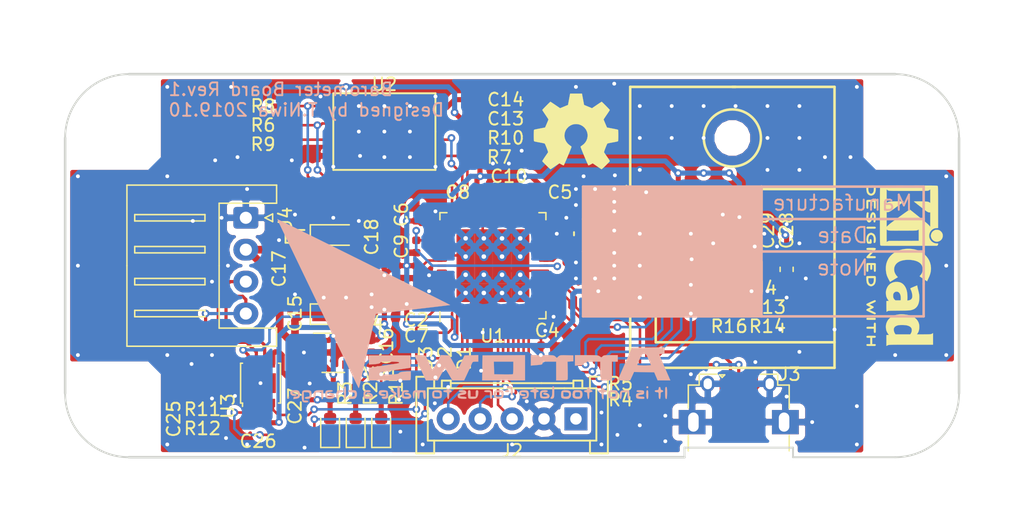
<source format=kicad_pcb>
(kicad_pcb (version 20171130) (host pcbnew "(5.0.2)-1")
  (layers (0 F.Cu signal) (31 B.Cu signal) (34 B.Paste user) (35 F.Paste user) (36 B.SilkS user) (37 F.SilkS user) (38 B.Mask user) (39 F.Mask user) (44 Edge.Cuts user))
  (net 0 "")
  (net 1 GND)
  (net 2 +3V3)
  (net 3 "Net-(C9-Pad2)")
  (net 4 "Net-(C10-Pad2)")
  (net 5 VCC)
  (net 6 +5V)
  (net 7 "Net-(D1-Pad2)")
  (net 8 "Net-(D2-Pad2)")
  (net 9 "Net-(D3-Pad2)")
  (net 10 "Net-(J2-Pad1)")
  (net 11 "Net-(J3-Pad1)")
  (net 12 "Net-(J3-Pad2)")
  (net 13 "Net-(J3-Pad3)")
  (net 14 "Net-(J3-Pad4)")
  (net 15 /CAN_L)
  (net 16 /CAN_H)
  (net 17 /CAN_TXD)
  (net 18 /CAN_STB)
  (net 19 "Net-(U1-Pad19)")
  (net 20 "Net-(U1-Pad20)")
  (net 21 "Net-(U1-Pad21)")
  (net 22 "Net-(U1-Pad29)")
  (net 23 "Net-(U1-Pad30)")
  (net 24 "Net-(U1-Pad31)")
  (net 25 "Net-(U1-Pad32)")
  (net 26 "Net-(U1-Pad33)")
  (net 27 "Net-(U1-Pad38)")
  (net 28 "Net-(U1-Pad39)")
  (net 29 "Net-(U1-Pad40)")
  (net 30 "Net-(U1-Pad41)")
  (net 31 "Net-(U1-Pad46)")
  (net 32 "Net-(U1-Pad47)")
  (net 33 /LPS_MOSI)
  (net 34 /LPS_MISO)
  (net 35 /LPS_CLK)
  (net 36 /LPS_CS)
  (net 37 /LPS_INT)
  (net 38 "Net-(U1-Pad54)")
  (net 39 "Net-(U1-Pad55)")
  (net 40 "Net-(U1-Pad56)")
  (net 41 "Net-(U1-Pad60)")
  (net 42 "Net-(U1-Pad61)")
  (net 43 "Net-(U1-Pad62)")
  (net 44 "Net-(U1-Pad63)")
  (net 45 "Net-(U1-Pad64)")
  (net 46 "Net-(U1-Pad65)")
  (net 47 "Net-(U1-Pad66)")
  (net 48 /CAN_RXD)
  (net 49 "Net-(VR1-Pad4)")
  (net 50 "Net-(VR2-Pad4)")
  (net 51 "Net-(C25-Pad2)")
  (net 52 "Net-(U1-Pad36)")
  (net 53 "Net-(U1-Pad37)")
  (net 54 /MHz_XI)
  (net 55 /MHz_XO)
  (net 56 /XRES)
  (net 57 /SCLK)
  (net 58 /SWDIO)
  (net 59 /LED_2)
  (net 60 /LED_1)
  (net 61 /USB+)
  (net 62 /USB-)
  (net 63 /Flash_MISO)
  (net 64 /Flash_MOSI)
  (net 65 /Flash_CS)
  (net 66 "Net-(R9-Pad2)")
  (net 67 "Net-(R10-Pad2)")
  (net 68 /Flash_CLK)
  (net 69 "Net-(U1-Pad34)")
  (net 70 "Net-(U1-Pad53)")
  (module Resistor_SMD:R_0402_1005Metric (layer F.Cu) (at 163.5 92.75)
    (fp_text reference R16 (at 3.5 2) (layer F.SilkS))
    (fp_text value 22k)
    (pad 1 smd roundrect (at -0.485 0) (size 0.59 0.64) (layers F.Cu F.Paste F.Mask) (net 2 +3V3))
    (pad 2 smd roundrect (at 0.485 0) (size 0.59 0.64) (layers F.Cu F.Paste F.Mask) (net 37 /LPS_INT))
  )
  (module MountingHole:MountingHole_3.2mm_M3 (layer F.Cu) (at 180 80)
    (fp_text reference REF** hide)
    (fp_text value MountingHole_3.2mm_M3)
    (pad 1 np_thru_hole circle (at 0 0) (size 3.2 3.2) (drill 3.2) (layers *.Cu *.Mask))
  )
  (module MountingHole:MountingHole_3.2mm_M3 (layer F.Cu) (at 180 100)
    (fp_text reference REF** hide)
    (fp_text value MountingHole_3.2mm_M3)
    (pad 1 np_thru_hole circle (at 0 0) (size 3.2 3.2) (drill 3.2) (layers *.Cu *.Mask))
  )
  (module MountingHole:MountingHole_3.2mm_M3 (layer F.Cu) (at 120 100)
    (fp_text reference REF** hide)
    (fp_text value MountingHole_3.2mm_M3)
    (pad 1 np_thru_hole circle (at 0 0) (size 3.2 3.2) (drill 3.2) (layers *.Cu *.Mask))
  )
  (module Package_LGA:ST_HLGA-10_2.5x2.5mm_P0.6mm_LayoutBorder3x2y (layer F.Cu) (at 167.25 90 270)
    (fp_text reference U4 (at 1.75 -2.5 180) (layer F.SilkS))
    (fp_text value LPS22HB)
    (pad 1 smd roundrect (at -0.925 -0.3 270) (size 0.55 0.4) (layers F.Cu F.Paste F.Mask) (net 2 +3V3))
    (pad 2 smd roundrect (at -0.925 0.3 270) (size 0.55 0.4) (layers F.Cu F.Paste F.Mask) (net 35 /LPS_CLK))
    (pad 3 smd roundrect (at -0.6 0.925 270) (size 0.4 0.55) (layers F.Cu F.Paste F.Mask) (net 1 GND))
    (pad 4 smd roundrect (at 0 0.925 270) (size 0.4 0.55) (layers F.Cu F.Paste F.Mask) (net 33 /LPS_MOSI))
    (pad 5 smd roundrect (at 0.6 0.925 270) (size 0.4 0.55) (layers F.Cu F.Paste F.Mask) (net 34 /LPS_MISO))
    (pad 6 smd roundrect (at 0.925 0.3 270) (size 0.55 0.4) (layers F.Cu F.Paste F.Mask) (net 36 /LPS_CS))
    (pad 7 smd roundrect (at 0.925 -0.3 270) (size 0.55 0.4) (layers F.Cu F.Paste F.Mask) (net 37 /LPS_INT))
    (pad 8 smd roundrect (at 0.6 -0.925 270) (size 0.4 0.55) (layers F.Cu F.Paste F.Mask) (net 1 GND))
    (pad 9 smd roundrect (at 0 -0.925 270) (size 0.4 0.55) (layers F.Cu F.Paste F.Mask) (net 1 GND))
    (pad 10 smd roundrect (at -0.6 -0.925 270) (size 0.4 0.55) (layers F.Cu F.Paste F.Mask) (net 2 +3V3))
  )
  (module Capacitor_SMD:C_0402_1005Metric (layer F.Cu) (at 168.25 87.5 180)
    (fp_text reference C30 (at 2.485 0 180) (layer F.SilkS))
    (fp_text value 0.1u)
    (pad 2 smd roundrect (at 0.485 0 180) (size 0.59 0.64) (layers F.Cu F.Paste F.Mask) (net 2 +3V3))
    (pad 1 smd roundrect (at -0.485 0 180) (size 0.59 0.64) (layers F.Cu F.Paste F.Mask) (net 1 GND))
  )
  (module Resistor_SMD:R_0402_1005Metric (layer F.Cu) (at 147 80 180)
    (fp_text reference R10 (at -2.5 0 180) (layer F.SilkS))
    (fp_text value 22k)
    (pad 2 smd roundrect (at 0.485 0 180) (size 0.59 0.64) (layers F.Cu F.Paste F.Mask) (net 67 "Net-(R10-Pad2)"))
    (pad 1 smd roundrect (at -0.485 0 180) (size 0.59 0.64) (layers F.Cu F.Paste F.Mask) (net 2 +3V3))
  )
  (module Resistor_SMD:R_0402_1005Metric (layer F.Cu) (at 132.5 80.5)
    (fp_text reference R9 (at -2 0) (layer F.SilkS))
    (fp_text value 22k)
    (pad 1 smd roundrect (at -0.485 0) (size 0.59 0.64) (layers F.Cu F.Paste F.Mask) (net 2 +3V3))
    (pad 2 smd roundrect (at 0.485 0) (size 0.59 0.64) (layers F.Cu F.Paste F.Mask) (net 66 "Net-(R9-Pad2)"))
  )
  (module Resistor_SMD:R_0402_1005Metric (layer F.Cu) (at 132.5 77.5)
    (fp_text reference R8 (at -2 0) (layer F.SilkS))
    (fp_text value 22k)
    (pad 1 smd roundrect (at -0.485 0) (size 0.59 0.64) (layers F.Cu F.Paste F.Mask) (net 2 +3V3))
    (pad 2 smd roundrect (at 0.485 0) (size 0.59 0.64) (layers F.Cu F.Paste F.Mask) (net 65 /Flash_CS))
  )
  (module Resistor_SMD:R_0402_1005Metric (layer F.Cu) (at 132.5 79)
    (fp_text reference R6 (at -2 0) (layer F.SilkS))
    (fp_text value 22k)
    (pad 1 smd roundrect (at -0.485 0) (size 0.59 0.64) (layers F.Cu F.Paste F.Mask) (net 2 +3V3))
    (pad 2 smd roundrect (at 0.485 0) (size 0.59 0.64) (layers F.Cu F.Paste F.Mask) (net 63 /Flash_MISO))
  )
  (module Resistor_SMD:R_0402_1005Metric (layer F.Cu) (at 147 81.5 180)
    (fp_text reference R7 (at -2 0 180) (layer F.SilkS))
    (fp_text value 22k)
    (pad 2 smd roundrect (at 0.485 0 180) (size 0.59 0.64) (layers F.Cu F.Paste F.Mask) (net 64 /Flash_MOSI))
    (pad 1 smd roundrect (at -0.485 0 180) (size 0.59 0.64) (layers F.Cu F.Paste F.Mask) (net 2 +3V3))
  )
  (module Resistor_SMD:R_0402_1005Metric (layer F.Cu) (at 160.5 100.5 180)
    (fp_text reference R4 (at 2 0 180) (layer F.SilkS))
    (fp_text value 22)
    (pad 2 smd roundrect (at 0.485 0 180) (size 0.59 0.64) (layers F.Cu F.Paste F.Mask) (net 61 /USB+))
    (pad 1 smd roundrect (at -0.485 0 180) (size 0.59 0.64) (layers F.Cu F.Paste F.Mask) (net 13 "Net-(J3-Pad3)"))
  )
  (module Capacitor_SMD:C_0402_1005Metric (layer F.Cu) (at 141 90.485 270)
    (fp_text reference C1 (at 2.015 0 270) (layer F.SilkS))
    (fp_text value 1u)
    (pad 2 smd roundrect (at 0.485 0 270) (size 0.59 0.64) (layers F.Cu F.Paste F.Mask) (net 1 GND))
    (pad 1 smd roundrect (at -0.485 0 270) (size 0.59 0.64) (layers F.Cu F.Paste F.Mask) (net 2 +3V3))
  )
  (module Capacitor_SMD:C_0402_1005Metric (layer F.Cu) (at 142.5 90.5 270)
    (fp_text reference C2 (at 3.75 0 180) (layer F.SilkS))
    (fp_text value 0.1u)
    (pad 1 smd roundrect (at -0.485 0 270) (size 0.59 0.64) (layers F.Cu F.Paste F.Mask) (net 2 +3V3))
    (pad 2 smd roundrect (at 0.485 0 270) (size 0.59 0.64) (layers F.Cu F.Paste F.Mask) (net 1 GND))
  )
  (module Capacitor_SMD:C_0402_1005Metric (layer F.Cu) (at 155.75 92.5 270)
    (fp_text reference C3 (at 0 -1.17 270) (layer F.SilkS))
    (fp_text value 0.1u)
    (pad 2 smd roundrect (at 0.485 0 270) (size 0.59 0.64) (layers F.Cu F.Paste F.Mask) (net 1 GND))
    (pad 1 smd roundrect (at -0.485 0 270) (size 0.59 0.64) (layers F.Cu F.Paste F.Mask) (net 2 +3V3))
  )
  (module Capacitor_SMD:C_0402_1005Metric (layer F.Cu) (at 152.75 96.25)
    (fp_text reference C4 (at 0 -1.17) (layer F.SilkS))
    (fp_text value 0.1u)
    (pad 1 smd roundrect (at -0.485 0) (size 0.59 0.64) (layers F.Cu F.Paste F.Mask) (net 2 +3V3))
    (pad 2 smd roundrect (at 0.485 0) (size 0.59 0.64) (layers F.Cu F.Paste F.Mask) (net 1 GND))
  )
  (module Capacitor_SMD:C_0402_1005Metric (layer F.Cu) (at 151.735 84.25 180)
    (fp_text reference C5 (at -2.015 0 180) (layer F.SilkS))
    (fp_text value 0.1u)
    (pad 1 smd roundrect (at -0.485 0 180) (size 0.59 0.64) (layers F.Cu F.Paste F.Mask) (net 2 +3V3))
    (pad 2 smd roundrect (at 0.485 0 180) (size 0.59 0.64) (layers F.Cu F.Paste F.Mask) (net 1 GND))
  )
  (module Capacitor_SMD:C_0402_1005Metric (layer F.Cu) (at 142.5 86 90)
    (fp_text reference C6 (at 0 -1.17 90) (layer F.SilkS))
    (fp_text value 0.1u)
    (pad 2 smd roundrect (at 0.485 0 90) (size 0.59 0.64) (layers F.Cu F.Paste F.Mask) (net 1 GND))
    (pad 1 smd roundrect (at -0.485 0 90) (size 0.59 0.64) (layers F.Cu F.Paste F.Mask) (net 2 +3V3))
  )
  (module Capacitor_SMD:C_0402_1005Metric (layer F.Cu) (at 142.5 92.5 90)
    (fp_text reference C7 (at -3 0 180) (layer F.SilkS))
    (fp_text value 0.1u)
    (pad 2 smd roundrect (at 0.485 0 90) (size 0.59 0.64) (layers F.Cu F.Paste F.Mask) (net 1 GND))
    (pad 1 smd roundrect (at -0.485 0 90) (size 0.59 0.64) (layers F.Cu F.Paste F.Mask) (net 2 +3V3))
  )
  (module Capacitor_SMD:C_0402_1005Metric (layer F.Cu) (at 147.735 84.25)
    (fp_text reference C8 (at -1.985 0) (layer F.SilkS))
    (fp_text value 0.1u)
    (pad 1 smd roundrect (at -0.485 0) (size 0.59 0.64) (layers F.Cu F.Paste F.Mask) (net 2 +3V3))
    (pad 2 smd roundrect (at 0.485 0) (size 0.59 0.64) (layers F.Cu F.Paste F.Mask) (net 1 GND))
  )
  (module Capacitor_SMD:C_0402_1005Metric (layer F.Cu) (at 142.5 88.5 90)
    (fp_text reference C9 (at 0 -1.17 90) (layer F.SilkS))
    (fp_text value 1u)
    (pad 2 smd roundrect (at 0.485 0 90) (size 0.59 0.64) (layers F.Cu F.Paste F.Mask) (net 3 "Net-(C9-Pad2)"))
    (pad 1 smd roundrect (at -0.485 0 90) (size 0.59 0.64) (layers F.Cu F.Paste F.Mask) (net 1 GND))
  )
  (module Capacitor_SMD:C_0402_1005Metric (layer F.Cu) (at 149.765 84.25 180)
    (fp_text reference C10 (at 0.015 1.25 180) (layer F.SilkS))
    (fp_text value 1u)
    (pad 1 smd roundrect (at -0.485 0 180) (size 0.59 0.64) (layers F.Cu F.Paste F.Mask) (net 1 GND))
    (pad 2 smd roundrect (at 0.485 0 180) (size 0.59 0.64) (layers F.Cu F.Paste F.Mask) (net 4 "Net-(C10-Pad2)"))
  )
  (module Capacitor_SMD:C_0402_1005Metric (layer F.Cu) (at 156.485 85 180)
    (fp_text reference C11 (at -2.015 0 270) (layer F.SilkS))
    (fp_text value 9p)
    (pad 1 smd roundrect (at -0.485 0 180) (size 0.59 0.64) (layers F.Cu F.Paste F.Mask) (net 1 GND))
    (pad 2 smd roundrect (at 0.485 0 180) (size 0.59 0.64) (layers F.Cu F.Paste F.Mask) (net 54 /MHz_XI))
  )
  (module Capacitor_SMD:C_0402_1005Metric (layer F.Cu) (at 156.485 90 180)
    (fp_text reference C12 (at -2.015 0 270) (layer F.SilkS))
    (fp_text value 9p)
    (pad 2 smd roundrect (at 0.485 0 180) (size 0.59 0.64) (layers F.Cu F.Paste F.Mask) (net 55 /MHz_XO))
    (pad 1 smd roundrect (at -0.485 0 180) (size 0.59 0.64) (layers F.Cu F.Paste F.Mask) (net 1 GND))
  )
  (module Capacitor_SMD:C_0402_1005Metric (layer F.Cu) (at 147 78.5)
    (fp_text reference C13 (at 2.5 0) (layer F.SilkS))
    (fp_text value 1u)
    (pad 1 smd roundrect (at -0.485 0) (size 0.59 0.64) (layers F.Cu F.Paste F.Mask) (net 2 +3V3))
    (pad 2 smd roundrect (at 0.485 0) (size 0.59 0.64) (layers F.Cu F.Paste F.Mask) (net 1 GND))
  )
  (module Capacitor_SMD:C_0402_1005Metric (layer F.Cu) (at 147 77)
    (fp_text reference C14 (at 2.5 0) (layer F.SilkS))
    (fp_text value 0.1u)
    (pad 1 smd roundrect (at -0.485 0) (size 0.59 0.64) (layers F.Cu F.Paste F.Mask) (net 2 +3V3))
    (pad 2 smd roundrect (at 0.485 0) (size 0.59 0.64) (layers F.Cu F.Paste F.Mask) (net 1 GND))
  )
  (module Capacitor_SMD:C_0402_1005Metric (layer F.Cu) (at 133 96.315 270)
    (fp_text reference C15 (at -2.565 0 270) (layer F.SilkS))
    (fp_text value 1u)
    (pad 2 smd roundrect (at 0.485 0 270) (size 0.59 0.64) (layers F.Cu F.Paste F.Mask) (net 1 GND))
    (pad 1 smd roundrect (at -0.485 0 270) (size 0.59 0.64) (layers F.Cu F.Paste F.Mask) (net 5 VCC))
  )
  (module Capacitor_SMD:C_0402_1005Metric (layer F.Cu) (at 139 96.3 270)
    (fp_text reference C16 (at 0 -1.17 270) (layer F.SilkS))
    (fp_text value 1u)
    (pad 1 smd roundrect (at -0.485 0 270) (size 0.59 0.64) (layers F.Cu F.Paste F.Mask) (net 6 +5V))
    (pad 2 smd roundrect (at 0.485 0 270) (size 0.59 0.64) (layers F.Cu F.Paste F.Mask) (net 1 GND))
  )
  (module Capacitor_SMD:C_0402_1005Metric (layer F.Cu) (at 133 90.1 270)
    (fp_text reference C17 (at 0.15 1.25 270) (layer F.SilkS))
    (fp_text value 1u)
    (pad 2 smd roundrect (at 0.485 0 270) (size 0.59 0.64) (layers F.Cu F.Paste F.Mask) (net 1 GND))
    (pad 1 smd roundrect (at -0.485 0 270) (size 0.59 0.64) (layers F.Cu F.Paste F.Mask) (net 5 VCC))
  )
  (module Capacitor_SMD:C_0402_1005Metric (layer F.Cu) (at 139 90.1 270)
    (fp_text reference C18 (at -2.35 0 270) (layer F.SilkS))
    (fp_text value 1u)
    (pad 2 smd roundrect (at 0.485 0 270) (size 0.59 0.64) (layers F.Cu F.Paste F.Mask) (net 1 GND))
    (pad 1 smd roundrect (at -0.485 0 270) (size 0.59 0.64) (layers F.Cu F.Paste F.Mask) (net 2 +3V3))
  )
  (module Capacitor_SMD:C_0402_1005Metric (layer F.Cu) (at 130.115 102.3)
    (fp_text reference C26 (at 0 1.45) (layer F.SilkS))
    (fp_text value 0.1u)
    (pad 2 smd roundrect (at 0.485 0) (size 0.59 0.64) (layers F.Cu F.Paste F.Mask) (net 6 +5V))
    (pad 1 smd roundrect (at -0.485 0) (size 0.59 0.64) (layers F.Cu F.Paste F.Mask) (net 1 GND))
  )
  (module Capacitor_SMD:C_0402_1005Metric (layer F.Cu) (at 133 98.4 270)
    (fp_text reference C27 (at 2.6 0 270) (layer F.SilkS))
    (fp_text value 0.1u)
    (pad 1 smd roundrect (at -0.485 0 270) (size 0.59 0.64) (layers F.Cu F.Paste F.Mask) (net 1 GND))
    (pad 2 smd roundrect (at 0.485 0 270) (size 0.59 0.64) (layers F.Cu F.Paste F.Mask) (net 2 +3V3))
  )
  (module LED_SMD:LED_0603_1608Metric (layer F.Cu) (at 139.75 102.75 90)
    (fp_text reference D1 (at 5.5 6.5 90) (layer F.SilkS))
    (fp_text value Yellow)
    (pad 1 smd roundrect (at -0.7875 0 90) (size 0.875 0.95) (layers F.Cu F.Paste F.Mask) (net 1 GND))
    (pad 2 smd roundrect (at 0.7875 0 90) (size 0.875 0.95) (layers F.Cu F.Paste F.Mask) (net 7 "Net-(D1-Pad2)"))
  )
  (module LED_SMD:LED_0603_1608Metric (layer F.Cu) (at 137.75 102.75 90)
    (fp_text reference D2 (at 5.5 7 90) (layer F.SilkS))
    (fp_text value Blue)
    (pad 1 smd roundrect (at -0.7875 0 90) (size 0.875 0.95) (layers F.Cu F.Paste F.Mask) (net 1 GND))
    (pad 2 smd roundrect (at 0.7875 0 90) (size 0.875 0.95) (layers F.Cu F.Paste F.Mask) (net 8 "Net-(D2-Pad2)"))
  )
  (module LED_SMD:LED_0603_1608Metric (layer F.Cu) (at 135.75 102.75 90)
    (fp_text reference D3 (at 5.5 7.5 90) (layer F.SilkS))
    (fp_text value Red)
    (pad 2 smd roundrect (at 0.7875 0 90) (size 0.875 0.95) (layers F.Cu F.Paste F.Mask) (net 9 "Net-(D3-Pad2)"))
    (pad 1 smd roundrect (at -0.7875 0 90) (size 0.875 0.95) (layers F.Cu F.Paste F.Mask) (net 1 GND))
  )
  (module Diode_SMD:D_TUMD2 (layer F.Cu) (at 136 93.8)
    (fp_text reference D4 (at 3 0.7) (layer F.SilkS))
    (fp_text value RSX101VA)
    (pad 1 smd rect (at -0.65 0 180) (size 2 1.1) (layers F.Cu F.Paste F.Mask) (net 5 VCC))
    (pad 2 smd rect (at 1.25 0 180) (size 0.8 1.1) (layers F.Cu F.Paste F.Mask) (net 6 +5V))
  )
  (module Diode_SMD:D_TUMD2 (layer F.Cu) (at 136 87.6)
    (fp_text reference D5 (at -3 0.15) (layer F.SilkS))
    (fp_text value RSX101VA)
    (pad 2 smd rect (at 1.25 0 180) (size 0.8 1.1) (layers F.Cu F.Paste F.Mask) (net 2 +3V3))
    (pad 1 smd rect (at -0.65 0 180) (size 2 1.1) (layers F.Cu F.Paste F.Mask) (net 5 VCC))
  )
  (module KUTKiCad_footprint:JST_JQ_05JQ-BT_1x05_P2.5mm_Vertical (layer F.Cu) (at 155 102)
    (fp_text reference J2 (at -5 2.5) (layer F.SilkS))
    (fp_text value KRC_Conn_SWD)
    (pad 1 thru_hole rect (at 0 0) (size 1.8 1.8) (drill 0.9) (layers *.Cu *.Mask) (net 10 "Net-(J2-Pad1)"))
    (pad 2 thru_hole circle (at -2.5 0) (size 1.8 1.8) (drill 0.9) (layers *.Cu *.Mask) (net 1 GND))
    (pad 3 thru_hole circle (at -5 0) (size 1.8 1.8) (drill 0.9) (layers *.Cu *.Mask) (net 56 /XRES))
    (pad 4 thru_hole circle (at -7.5 0) (size 1.8 1.8) (drill 0.9) (layers *.Cu *.Mask) (net 57 /SCLK))
    (pad 5 thru_hole circle (at -10 0) (size 1.8 1.8) (drill 0.9) (layers *.Cu *.Mask) (net 58 /SWDIO))
  )
  (module KUTKiCad_footprint:Hirose_ZX_ZX62D-B-5P8 (layer F.Cu) (at 167.75 102.25)
    (fp_text reference J3 (at 4 -3.75) (layer F.SilkS))
    (fp_text value USB_B_Micro)
    (pad 1 smd rect (at -1.3 -2.675) (size 0.4 1.35) (layers F.Cu F.Paste F.Mask) (net 11 "Net-(J3-Pad1)"))
    (pad 2 smd rect (at -0.65 -2.675) (size 0.4 1.35) (layers F.Cu F.Paste F.Mask) (net 12 "Net-(J3-Pad2)"))
    (pad 3 smd rect (at 0 -2.675) (size 0.4 1.35) (layers F.Cu F.Paste F.Mask) (net 13 "Net-(J3-Pad3)"))
    (pad 4 smd rect (at 0.65 -2.675) (size 0.4 1.35) (layers F.Cu F.Paste F.Mask) (net 14 "Net-(J3-Pad4)"))
    (pad 5 smd rect (at 1.3 -2.675) (size 0.4 1.35) (layers F.Cu F.Paste F.Mask) (net 1 GND))
    (pad 5 thru_hole oval (at -2.425 -3) (size 1.05 1.25) (drill oval 0.65 0.85) (layers *.Cu *.Mask) (net 1 GND))
    (pad 5 thru_hole oval (at 2.425 -3) (size 1.05 1.25) (drill oval 0.65 0.85) (layers *.Cu *.Mask) (net 1 GND))
    (pad 5 thru_hole rect (at -3.55 0) (size 2.1 1.9) (drill oval 0.825 1.5 (offset -0.1 0)) (layers *.Cu *.Mask) (net 1 GND))
    (pad 5 thru_hole rect (at 3.55 0) (size 2.1 1.9) (drill oval 0.825 1.5 (offset 0.1 0)) (layers *.Cu *.Mask) (net 1 GND))
    (pad 5 smd rect (at -1.15 0) (size 1.8 1.9) (layers F.Cu F.Paste F.Mask) (net 1 GND))
    (pad 5 smd rect (at 1.15 0) (size 1.8 1.9) (layers F.Cu F.Paste F.Mask) (net 1 GND))
  )
  (module Connector_JST:JST_XH_S4B-XH-A_1x04_P2.50mm_Horizontal (layer F.Cu) (at 129.15 86.25 270)
    (fp_text reference J4 (at 0 -3.1 270) (layer F.SilkS))
    (fp_text value KRC_Conn_CAN)
    (pad 1 thru_hole roundrect (at 0 0 270) (size 1.7 1.95) (drill 0.95) (layers *.Cu *.Mask) (roundrect_rratio 0.147059) (net 1 GND))
    (pad 2 thru_hole oval (at 2.5 0 270) (size 1.7 1.95) (drill 0.95) (layers *.Cu *.Mask) (net 5 VCC))
    (pad 3 thru_hole oval (at 5 0 270) (size 1.7 1.95) (drill 0.95) (layers *.Cu *.Mask) (net 16 /CAN_H))
    (pad 4 thru_hole oval (at 7.5 0 270) (size 1.7 1.95) (drill 0.95) (layers *.Cu *.Mask) (net 15 /CAN_L))
  )
  (module Resistor_SMD:R_0402_1005Metric (layer F.Cu) (at 139.75 100 270)
    (fp_text reference R1 (at 0 -1.17 270) (layer F.SilkS))
    (fp_text value 1k)
    (pad 2 smd roundrect (at 0.485 0 270) (size 0.59 0.64) (layers F.Cu F.Paste F.Mask) (net 7 "Net-(D1-Pad2)"))
    (pad 1 smd roundrect (at -0.485 0 270) (size 0.59 0.64) (layers F.Cu F.Paste F.Mask) (net 59 /LED_2))
  )
  (module Resistor_SMD:R_0402_1005Metric (layer F.Cu) (at 137.75 100 270)
    (fp_text reference R2 (at 0 -1.17 270) (layer F.SilkS))
    (fp_text value 1k)
    (pad 1 smd roundrect (at -0.485 0 270) (size 0.59 0.64) (layers F.Cu F.Paste F.Mask) (net 60 /LED_1))
    (pad 2 smd roundrect (at 0.485 0 270) (size 0.59 0.64) (layers F.Cu F.Paste F.Mask) (net 8 "Net-(D2-Pad2)"))
  )
  (module Resistor_SMD:R_0402_1005Metric (layer F.Cu) (at 135.75 100 270)
    (fp_text reference R3 (at 0 -1.17 270) (layer F.SilkS))
    (fp_text value 1k)
    (pad 2 smd roundrect (at 0.485 0 270) (size 0.59 0.64) (layers F.Cu F.Paste F.Mask) (net 9 "Net-(D3-Pad2)"))
    (pad 1 smd roundrect (at -0.485 0 270) (size 0.59 0.64) (layers F.Cu F.Paste F.Mask) (net 5 VCC))
  )
  (module Resistor_SMD:R_0402_1005Metric (layer F.Cu) (at 160.5 99.25 180)
    (fp_text reference R5 (at 2 0 180) (layer F.SilkS))
    (fp_text value 22)
    (pad 2 smd roundrect (at 0.485 0 180) (size 0.59 0.64) (layers F.Cu F.Paste F.Mask) (net 62 /USB-))
    (pad 1 smd roundrect (at -0.485 0 180) (size 0.59 0.64) (layers F.Cu F.Paste F.Mask) (net 12 "Net-(J3-Pad2)"))
  )
  (module Resistor_SMD:R_0402_1005Metric (layer F.Cu) (at 127.015 99.25)
    (fp_text reference R11 (at -1.265 2) (layer F.SilkS))
    (fp_text value 56)
    (pad 1 smd roundrect (at -0.485 0) (size 0.59 0.64) (layers F.Cu F.Paste F.Mask) (net 51 "Net-(C25-Pad2)"))
    (pad 2 smd roundrect (at 0.485 0) (size 0.59 0.64) (layers F.Cu F.Paste F.Mask) (net 16 /CAN_H))
  )
  (module Resistor_SMD:R_0402_1005Metric (layer F.Cu) (at 127.015 98 180)
    (fp_text reference R12 (at 1.265 -4.75 180) (layer F.SilkS))
    (fp_text value 56)
    (pad 1 smd roundrect (at -0.485 0 180) (size 0.59 0.64) (layers F.Cu F.Paste F.Mask) (net 15 /CAN_L))
    (pad 2 smd roundrect (at 0.485 0 180) (size 0.59 0.64) (layers F.Cu F.Paste F.Mask) (net 51 "Net-(C25-Pad2)"))
  )
  (module KUTKiCad_footprint:Cypress_QFN-68_EP_8x8_Pitch0.4mm (layer F.Cu) (at 148.5 90 90)
    (fp_text reference U1 (at -5.5 0) (layer F.SilkS))
    (fp_text value CY8C58xxLTI-LPxxx)
    (pad 1 smd oval (at -4 -3.2 180) (size 0.2 0.8) (layers F.Cu F.Paste F.Mask) (net 17 /CAN_TXD))
    (pad 2 smd oval (at -4 -2.8 180) (size 0.2 0.8) (layers F.Cu F.Paste F.Mask) (net 18 /CAN_STB))
    (pad 3 smd oval (at -4 -2.4 180) (size 0.2 0.8) (layers F.Cu F.Paste F.Mask) (net 60 /LED_1))
    (pad 4 smd oval (at -4 -2 180) (size 0.2 0.8) (layers F.Cu F.Paste F.Mask) (net 59 /LED_2))
    (pad 5 smd oval (at -4 -1.6 180) (size 0.2 0.8) (layers F.Cu F.Paste F.Mask) (net 1 GND))
    (pad 6 smd oval (at -4 -1.2 180) (size 0.2 0.8) (layers F.Cu F.Paste F.Mask) (net 1 GND))
    (pad 7 smd oval (at -4 -0.8 180) (size 0.2 0.8) (layers F.Cu F.Paste F.Mask) (net 1 GND))
    (pad 8 smd oval (at -4 -0.4 180) (size 0.2 0.8) (layers F.Cu F.Paste F.Mask) (net 1 GND))
    (pad 9 smd oval (at -4 0 180) (size 0.2 0.8) (layers F.Cu F.Paste F.Mask) (net 1 GND))
    (pad 10 smd oval (at -4 0.4 180) (size 0.2 0.8) (layers F.Cu F.Paste F.Mask) (net 56 /XRES))
    (pad 11 smd oval (at -4 0.8 180) (size 0.2 0.8) (layers F.Cu F.Paste F.Mask) (net 58 /SWDIO))
    (pad 12 smd oval (at -4 1.2 180) (size 0.2 0.8) (layers F.Cu F.Paste F.Mask) (net 57 /SCLK))
    (pad 13 smd oval (at -4 1.6 180) (size 0.2 0.8) (layers F.Cu F.Paste F.Mask) (net 37 /LPS_INT))
    (pad 14 smd oval (at -4 2 180) (size 0.2 0.8) (layers F.Cu F.Paste F.Mask) (net 36 /LPS_CS))
    (pad 15 smd oval (at -4 2.4 180) (size 0.2 0.8) (layers F.Cu F.Paste F.Mask) (net 34 /LPS_MISO))
    (pad 16 smd oval (at -4 2.8 180) (size 0.2 0.8) (layers F.Cu F.Paste F.Mask) (net 33 /LPS_MOSI))
    (pad 17 smd oval (at -4 3.2 180) (size 0.2 0.8) (layers F.Cu F.Paste F.Mask) (net 2 +3V3))
    (pad 18 smd oval (at -3.2 4 90) (size 0.2 0.8) (layers F.Cu F.Paste F.Mask) (net 35 /LPS_CLK))
    (pad 19 smd oval (at -2.8 4 90) (size 0.2 0.8) (layers F.Cu F.Paste F.Mask) (net 19 "Net-(U1-Pad19)"))
    (pad 20 smd oval (at -2.4 4 90) (size 0.2 0.8) (layers F.Cu F.Paste F.Mask) (net 20 "Net-(U1-Pad20)"))
    (pad 21 smd oval (at -2 4 90) (size 0.2 0.8) (layers F.Cu F.Paste F.Mask) (net 21 "Net-(U1-Pad21)"))
    (pad 22 smd oval (at -1.6 4 90) (size 0.2 0.8) (layers F.Cu F.Paste F.Mask) (net 61 /USB+))
    (pad 23 smd oval (at -1.2 4 90) (size 0.2 0.8) (layers F.Cu F.Paste F.Mask) (net 62 /USB-))
    (pad 24 smd oval (at -0.8 4 90) (size 0.2 0.8) (layers F.Cu F.Paste F.Mask) (net 2 +3V3))
    (pad 25 smd oval (at -0.4 4 90) (size 0.2 0.8) (layers F.Cu F.Paste F.Mask) (net 1 GND))
    (pad 26 smd oval (at 0 4 90) (size 0.2 0.8) (layers F.Cu F.Paste F.Mask) (net 3 "Net-(C9-Pad2)"))
    (pad 27 smd oval (at 0.4 4 90) (size 0.2 0.8) (layers F.Cu F.Paste F.Mask) (net 55 /MHz_XO))
    (pad 28 smd oval (at 0.8 4 90) (size 0.2 0.8) (layers F.Cu F.Paste F.Mask) (net 54 /MHz_XI))
    (pad 29 smd oval (at 1.2 4 90) (size 0.2 0.8) (layers F.Cu F.Paste F.Mask) (net 22 "Net-(U1-Pad29)"))
    (pad 30 smd oval (at 1.6 4 90) (size 0.2 0.8) (layers F.Cu F.Paste F.Mask) (net 23 "Net-(U1-Pad30)"))
    (pad 31 smd oval (at 2 4 90) (size 0.2 0.8) (layers F.Cu F.Paste F.Mask) (net 24 "Net-(U1-Pad31)"))
    (pad 32 smd oval (at 2.4 4 90) (size 0.2 0.8) (layers F.Cu F.Paste F.Mask) (net 25 "Net-(U1-Pad32)"))
    (pad 33 smd oval (at 2.8 4 90) (size 0.2 0.8) (layers F.Cu F.Paste F.Mask) (net 26 "Net-(U1-Pad33)"))
    (pad 34 smd oval (at 3.2 4 90) (size 0.2 0.8) (layers F.Cu F.Paste F.Mask) (net 69 "Net-(U1-Pad34)"))
    (pad 35 smd oval (at 4 3.2 180) (size 0.2 0.8) (layers F.Cu F.Paste F.Mask) (net 2 +3V3))
    (pad 36 smd oval (at 4 2.8 180) (size 0.2 0.8) (layers F.Cu F.Paste F.Mask) (net 52 "Net-(U1-Pad36)"))
    (pad 37 smd oval (at 4 2.4 180) (size 0.2 0.8) (layers F.Cu F.Paste F.Mask) (net 53 "Net-(U1-Pad37)"))
    (pad 38 smd oval (at 4 2 180) (size 0.2 0.8) (layers F.Cu F.Paste F.Mask) (net 27 "Net-(U1-Pad38)"))
    (pad 39 smd oval (at 4 1.6 180) (size 0.2 0.8) (layers F.Cu F.Paste F.Mask) (net 28 "Net-(U1-Pad39)"))
    (pad 40 smd oval (at 4 1.2 180) (size 0.2 0.8) (layers F.Cu F.Paste F.Mask) (net 29 "Net-(U1-Pad40)"))
    (pad 41 smd oval (at 4 0.8 180) (size 0.2 0.8) (layers F.Cu F.Paste F.Mask) (net 30 "Net-(U1-Pad41)"))
    (pad 42 smd oval (at 4 0.4 180) (size 0.2 0.8) (layers F.Cu F.Paste F.Mask) (net 4 "Net-(C10-Pad2)"))
    (pad 43 smd oval (at 4 0 180) (size 0.2 0.8) (layers F.Cu F.Paste F.Mask) (net 1 GND))
    (pad 44 smd oval (at 4 -0.4 180) (size 0.2 0.8) (layers F.Cu F.Paste F.Mask) (net 2 +3V3))
    (pad 45 smd oval (at 4 -0.8 180) (size 0.2 0.8) (layers F.Cu F.Paste F.Mask) (net 1 GND))
    (pad 46 smd oval (at 4 -1.2 180) (size 0.2 0.8) (layers F.Cu F.Paste F.Mask) (net 31 "Net-(U1-Pad46)"))
    (pad 47 smd oval (at 4 -1.6 180) (size 0.2 0.8) (layers F.Cu F.Paste F.Mask) (net 32 "Net-(U1-Pad47)"))
    (pad 48 smd oval (at 4 -2 180) (size 0.2 0.8) (layers F.Cu F.Paste F.Mask) (net 64 /Flash_MOSI))
    (pad 49 smd oval (at 4 -2.4 180) (size 0.2 0.8) (layers F.Cu F.Paste F.Mask) (net 68 /Flash_CLK))
    (pad 50 smd oval (at 4 -2.8 180) (size 0.2 0.8) (layers F.Cu F.Paste F.Mask) (net 63 /Flash_MISO))
    (pad 51 smd oval (at 4 -3.2 180) (size 0.2 0.8) (layers F.Cu F.Paste F.Mask) (net 65 /Flash_CS))
    (pad 52 smd oval (at 3.2 -4 90) (size 0.2 0.8) (layers F.Cu F.Paste F.Mask) (net 2 +3V3))
    (pad 53 smd oval (at 2.8 -4 90) (size 0.2 0.8) (layers F.Cu F.Paste F.Mask) (net 70 "Net-(U1-Pad53)"))
    (pad 54 smd oval (at 2.4 -4 90) (size 0.2 0.8) (layers F.Cu F.Paste F.Mask) (net 38 "Net-(U1-Pad54)"))
    (pad 55 smd oval (at 2 -4 90) (size 0.2 0.8) (layers F.Cu F.Paste F.Mask) (net 39 "Net-(U1-Pad55)"))
    (pad 56 smd oval (at 1.6 -4 90) (size 0.2 0.8) (layers F.Cu F.Paste F.Mask) (net 40 "Net-(U1-Pad56)"))
    (pad 57 smd oval (at 1.2 -4 90) (size 0.2 0.8) (layers F.Cu F.Paste F.Mask) (net 3 "Net-(C9-Pad2)"))
    (pad 58 smd oval (at 0.8 -4 90) (size 0.2 0.8) (layers F.Cu F.Paste F.Mask) (net 1 GND))
    (pad 59 smd oval (at 0.4 -4 90) (size 0.2 0.8) (layers F.Cu F.Paste F.Mask) (net 2 +3V3))
    (pad 60 smd oval (at 0 -4 90) (size 0.2 0.8) (layers F.Cu F.Paste F.Mask) (net 41 "Net-(U1-Pad60)"))
    (pad 61 smd oval (at -0.4 -4 90) (size 0.2 0.8) (layers F.Cu F.Paste F.Mask) (net 42 "Net-(U1-Pad61)"))
    (pad 62 smd oval (at -0.8 -4 90) (size 0.2 0.8) (layers F.Cu F.Paste F.Mask) (net 43 "Net-(U1-Pad62)"))
    (pad 63 smd oval (at -1.2 -4 90) (size 0.2 0.8) (layers F.Cu F.Paste F.Mask) (net 44 "Net-(U1-Pad63)"))
    (pad 64 smd oval (at -1.6 -4 90) (size 0.2 0.8) (layers F.Cu F.Paste F.Mask) (net 45 "Net-(U1-Pad64)"))
    (pad 65 smd oval (at -2 -4 90) (size 0.2 0.8) (layers F.Cu F.Paste F.Mask) (net 46 "Net-(U1-Pad65)"))
    (pad 66 smd oval (at -2.4 -4 90) (size 0.2 0.8) (layers F.Cu F.Paste F.Mask) (net 47 "Net-(U1-Pad66)"))
    (pad 67 smd oval (at -2.8 -4 90) (size 0.2 0.8) (layers F.Cu F.Paste F.Mask) (net 2 +3V3))
    (pad 68 smd oval (at -3.2 -4 90) (size 0.2 0.8) (layers F.Cu F.Paste F.Mask) (net 48 /CAN_RXD))
    (pad 69 smd rect (at -2.1375 -2.1375 90) (size 1.425 1.425) (layers F.Cu F.Paste F.Mask) (net 1 GND))
    (pad 69 smd rect (at -2.1375 -0.7125 90) (size 1.425 1.425) (layers F.Cu F.Paste F.Mask) (net 1 GND))
    (pad 69 smd rect (at -2.1375 0.7125 90) (size 1.425 1.425) (layers F.Cu F.Paste F.Mask) (net 1 GND))
    (pad 69 smd rect (at -2.1375 2.1375 90) (size 1.425 1.425) (layers F.Cu F.Paste F.Mask) (net 1 GND))
    (pad 69 smd rect (at -0.7125 -2.1375 90) (size 1.425 1.425) (layers F.Cu F.Paste F.Mask) (net 1 GND))
    (pad 69 smd rect (at -0.7125 -0.7125 90) (size 1.425 1.425) (layers F.Cu F.Paste F.Mask) (net 1 GND))
    (pad 69 smd rect (at -0.7125 0.7125 90) (size 1.425 1.425) (layers F.Cu F.Paste F.Mask) (net 1 GND))
    (pad 69 smd rect (at -0.7125 2.1375 90) (size 1.425 1.425) (layers F.Cu F.Paste F.Mask) (net 1 GND))
    (pad 69 smd rect (at 0.7125 -2.1375 90) (size 1.425 1.425) (layers F.Cu F.Paste F.Mask) (net 1 GND))
    (pad 69 smd rect (at 0.7125 -0.7125 90) (size 1.425 1.425) (layers F.Cu F.Paste F.Mask) (net 1 GND))
    (pad 69 smd rect (at 0.7125 0.7125 90) (size 1.425 1.425) (layers F.Cu F.Paste F.Mask) (net 1 GND))
    (pad 69 smd rect (at 0.7125 2.1375 90) (size 1.425 1.425) (layers F.Cu F.Paste F.Mask) (net 1 GND))
    (pad 69 smd rect (at 2.1375 -2.1375 90) (size 1.425 1.425) (layers F.Cu F.Paste F.Mask) (net 1 GND))
    (pad 69 smd rect (at 2.1375 -0.7125 90) (size 1.425 1.425) (layers F.Cu F.Paste F.Mask) (net 1 GND))
    (pad 69 smd rect (at 2.1375 0.7125 90) (size 1.425 1.425) (layers F.Cu F.Paste F.Mask) (net 1 GND))
    (pad 69 smd rect (at 2.1375 2.1375 90) (size 1.425 1.425) (layers F.Cu F.Paste F.Mask) (net 1 GND))
    (pad 69 thru_hole circle (at -2.1375 -2.1375 90) (size 0.7125 0.7125) (drill 0.35625) (layers *.Cu *.Mask) (net 1 GND))
    (pad 69 thru_hole circle (at -2.1375 -0.7125 90) (size 0.7125 0.7125) (drill 0.35625) (layers *.Cu *.Mask) (net 1 GND))
    (pad 69 thru_hole circle (at -2.1375 0.7125 90) (size 0.7125 0.7125) (drill 0.35625) (layers *.Cu *.Mask) (net 1 GND))
    (pad 69 thru_hole circle (at -2.1375 2.1375 90) (size 0.7125 0.7125) (drill 0.35625) (layers *.Cu *.Mask) (net 1 GND))
    (pad 69 thru_hole circle (at -0.7125 -2.1375 90) (size 0.7125 0.7125) (drill 0.35625) (layers *.Cu *.Mask) (net 1 GND))
    (pad 69 thru_hole circle (at -0.7125 -0.7125 90) (size 0.7125 0.7125) (drill 0.35625) (layers *.Cu *.Mask) (net 1 GND))
    (pad 69 thru_hole circle (at -0.7125 0.7125 90) (size 0.7125 0.7125) (drill 0.35625) (layers *.Cu *.Mask) (net 1 GND))
    (pad 69 thru_hole circle (at -0.7125 2.1375 90) (size 0.7125 0.7125) (drill 0.35625) (layers *.Cu *.Mask) (net 1 GND))
    (pad 69 thru_hole circle (at 0.7125 -2.1375 90) (size 0.7125 0.7125) (drill 0.35625) (layers *.Cu *.Mask) (net 1 GND))
    (pad 69 thru_hole circle (at 0.7125 -0.7125 90) (size 0.7125 0.7125) (drill 0.35625) (layers *.Cu *.Mask) (net 1 GND))
    (pad 69 thru_hole circle (at 0.7125 0.7125 90) (size 0.7125 0.7125) (drill 0.35625) (layers *.Cu *.Mask) (net 1 GND))
    (pad 69 thru_hole circle (at 0.7125 2.1375 90) (size 0.7125 0.7125) (drill 0.35625) (layers *.Cu *.Mask) (net 1 GND))
    (pad 69 thru_hole circle (at 2.1375 -2.1375 90) (size 0.7125 0.7125) (drill 0.35625) (layers *.Cu *.Mask) (net 1 GND))
    (pad 69 thru_hole circle (at 2.1375 -0.7125 90) (size 0.7125 0.7125) (drill 0.35625) (layers *.Cu *.Mask) (net 1 GND))
    (pad 69 thru_hole circle (at 2.1375 0.7125 90) (size 0.7125 0.7125) (drill 0.35625) (layers *.Cu *.Mask) (net 1 GND))
    (pad 69 thru_hole circle (at 2.1375 2.1375 90) (size 0.7125 0.7125) (drill 0.35625) (layers *.Cu *.Mask) (net 1 GND))
  )
  (module Package_DFN_QFN:DFN-8-1EP_3x3mm_P0.65mm_EP1.55x2.4mm (layer F.Cu) (at 130.3 99.2 90)
    (fp_text reference U3 (at -1.8 -2.55 90) (layer F.SilkS))
    (fp_text value NCV7342)
    (pad 1 smd rect (at -1.55 -0.975 90) (size 0.65 0.35) (layers F.Cu F.Paste F.Mask) (net 17 /CAN_TXD))
    (pad 2 smd rect (at -1.55 -0.325 90) (size 0.65 0.35) (layers F.Cu F.Paste F.Mask) (net 1 GND))
    (pad 3 smd rect (at -1.55 0.325 90) (size 0.65 0.35) (layers F.Cu F.Paste F.Mask) (net 6 +5V))
    (pad 4 smd rect (at -1.55 0.975 90) (size 0.65 0.35) (layers F.Cu F.Paste F.Mask) (net 48 /CAN_RXD))
    (pad 5 smd rect (at 1.55 0.975 90) (size 0.65 0.35) (layers F.Cu F.Paste F.Mask) (net 2 +3V3))
    (pad 6 smd rect (at 1.55 0.325 90) (size 0.65 0.35) (layers F.Cu F.Paste F.Mask) (net 15 /CAN_L))
    (pad 7 smd rect (at 1.55 -0.325 90) (size 0.65 0.35) (layers F.Cu F.Paste F.Mask) (net 16 /CAN_H))
    (pad 8 smd rect (at 1.55 -0.975 90) (size 0.65 0.35) (layers F.Cu F.Paste F.Mask) (net 18 /CAN_STB))
    (pad 9 smd rect (at 0 0 90) (size 1.55 2.4) (layers F.Cu F.Mask) (net 1 GND))
  )
  (module Package_TO_SOT_SMD:TSOT-23-5 (layer F.Cu) (at 136 96.8)
    (fp_text reference VR1 (at 3.75 1.7) (layer F.SilkS))
    (fp_text value NCP718ASN500T1G)
    (pad 1 smd rect (at -1.31 -0.95) (size 1.22 0.65) (layers F.Cu F.Paste F.Mask) (net 5 VCC))
    (pad 2 smd rect (at -1.31 0) (size 1.22 0.65) (layers F.Cu F.Paste F.Mask) (net 1 GND))
    (pad 3 smd rect (at -1.31 0.95) (size 1.22 0.65) (layers F.Cu F.Paste F.Mask) (net 5 VCC))
    (pad 4 smd rect (at 1.31 0.95) (size 1.22 0.65) (layers F.Cu F.Paste F.Mask) (net 49 "Net-(VR1-Pad4)"))
    (pad 5 smd rect (at 1.31 -0.95) (size 1.22 0.65) (layers F.Cu F.Paste F.Mask) (net 6 +5V))
  )
  (module Package_TO_SOT_SMD:TSOT-23-5 (layer F.Cu) (at 136 90.6)
    (fp_text reference VR2 (at 3 2.15) (layer F.SilkS))
    (fp_text value NCP718ASN330T1G)
    (pad 5 smd rect (at 1.31 -0.95) (size 1.22 0.65) (layers F.Cu F.Paste F.Mask) (net 2 +3V3))
    (pad 4 smd rect (at 1.31 0.95) (size 1.22 0.65) (layers F.Cu F.Paste F.Mask) (net 50 "Net-(VR2-Pad4)"))
    (pad 3 smd rect (at -1.31 0.95) (size 1.22 0.65) (layers F.Cu F.Paste F.Mask) (net 5 VCC))
    (pad 2 smd rect (at -1.31 0) (size 1.22 0.65) (layers F.Cu F.Paste F.Mask) (net 1 GND))
    (pad 1 smd rect (at -1.31 -0.95) (size 1.22 0.65) (layers F.Cu F.Paste F.Mask) (net 5 VCC))
  )
  (module KUTKiCad_footprint:Crystal_Murata_XRCHA (layer F.Cu) (at 156 87.5 270)
    (fp_text reference Y1 (at 0 -2.5 270) (layer F.SilkS))
    (fp_text value 24MHz)
    (pad 2 smd rect (at 0.875 0 270) (size 1.35 2.2) (layers F.Cu F.Paste F.Mask) (net 55 /MHz_XO))
    (pad 1 smd rect (at -0.875 0 270) (size 1.35 2.2) (layers F.Cu F.Paste F.Mask) (net 54 /MHz_XI))
  )
  (module Capacitor_SMD:C_0402_1005Metric (layer F.Cu) (at 125.4 99.1 90)
    (fp_text reference C25 (at -2.9 -1.9 90) (layer F.SilkS))
    (fp_text value 4.7n)
    (pad 1 smd roundrect (at -0.485 0 90) (size 0.59 0.64) (layers F.Cu F.Paste F.Mask) (net 1 GND))
    (pad 2 smd roundrect (at 0.485 0 90) (size 0.59 0.64) (layers F.Cu F.Paste F.Mask) (net 51 "Net-(C25-Pad2)"))
  )
  (module Capacitor_SMD:C_0603_1608Metric (layer F.Cu) (at 171.5 90.2875 90)
    (fp_text reference C28 (at 3.0375 0 90) (layer F.SilkS))
    (fp_text value 10u)
    (pad 1 smd roundrect (at -0.7875 0 90) (size 0.875 0.95) (layers F.Cu F.Paste F.Mask) (net 1 GND))
    (pad 2 smd roundrect (at 0.7875 0 90) (size 0.875 0.95) (layers F.Cu F.Paste F.Mask) (net 2 +3V3))
  )
  (module Capacitor_SMD:C_0402_1005Metric (layer F.Cu) (at 170 90 270)
    (fp_text reference C29 (at -2.75 0 270) (layer F.SilkS))
    (fp_text value 0.1u)
    (pad 1 smd roundrect (at -0.485 0 270) (size 0.59 0.64) (layers F.Cu F.Paste F.Mask) (net 2 +3V3))
    (pad 2 smd roundrect (at 0.485 0 270) (size 0.59 0.64) (layers F.Cu F.Paste F.Mask) (net 1 GND))
  )
  (module Resistor_SMD:R_0402_1005Metric (layer F.Cu) (at 163.515 86.5)
    (fp_text reference R13 (at 6.485 6.75) (layer F.SilkS))
    (fp_text value 22k)
    (pad 2 smd roundrect (at 0.485 0) (size 0.59 0.64) (layers F.Cu F.Paste F.Mask) (net 33 /LPS_MOSI))
    (pad 1 smd roundrect (at -0.485 0) (size 0.59 0.64) (layers F.Cu F.Paste F.Mask) (net 2 +3V3))
  )
  (module Resistor_SMD:R_0402_1005Metric (layer F.Cu) (at 163.515 88.5)
    (fp_text reference R14 (at 6.485 6.25) (layer F.SilkS))
    (fp_text value 22k)
    (pad 1 smd roundrect (at -0.485 0) (size 0.59 0.64) (layers F.Cu F.Paste F.Mask) (net 2 +3V3))
    (pad 2 smd roundrect (at 0.485 0) (size 0.59 0.64) (layers F.Cu F.Paste F.Mask) (net 34 /LPS_MISO))
  )
  (module Resistor_SMD:R_0402_1005Metric (layer F.Cu) (at 163.5 90.5)
    (fp_text reference R15 (at 3.5 2.75) (layer F.SilkS))
    (fp_text value 22k)
    (pad 2 smd roundrect (at 0.485 0) (size 0.59 0.64) (layers F.Cu F.Paste F.Mask) (net 36 /LPS_CS))
    (pad 1 smd roundrect (at -0.485 0) (size 0.59 0.64) (layers F.Cu F.Paste F.Mask) (net 2 +3V3))
  )
  (module KUTKiCad_footprint:WSON-8_8x6mm_P1.27mm (layer F.Cu) (at 140 79.5)
    (fp_text reference U2 (at 0 -3.7) (layer F.SilkS))
    (fp_text value W25N01GVxxIG-IT)
    (pad 4 smd rect (at -4 1.905) (size 1 0.4) (layers F.Cu F.Paste F.Mask) (net 1 GND))
    (pad 6 smd rect (at 4 0.635) (size 1 0.4) (layers F.Cu F.Paste F.Mask) (net 68 /Flash_CLK))
    (pad 7 smd rect (at 4 -0.635) (size 1 0.4) (layers F.Cu F.Paste F.Mask) (net 67 "Net-(R10-Pad2)"))
    (pad 2 smd rect (at -4 -0.635) (size 1 0.4) (layers F.Cu F.Paste F.Mask) (net 63 /Flash_MISO))
    (pad 5 smd rect (at 4 1.905) (size 1 0.4) (layers F.Cu F.Paste F.Mask) (net 64 /Flash_MOSI))
    (pad 8 smd rect (at 4 -1.905) (size 1 0.4) (layers F.Cu F.Paste F.Mask) (net 2 +3V3))
    (pad 9 smd rect (at 0 0) (size 4.7 4.6) (layers F.Cu F.Paste F.Mask) (net 1 GND))
    (pad 3 smd rect (at -4 0.635) (size 1 0.4) (layers F.Cu F.Paste F.Mask) (net 66 "Net-(R9-Pad2)"))
    (pad 1 smd rect (at -4 -1.905) (size 1 0.4) (layers F.Cu F.Paste F.Mask) (net 65 /Flash_CS))
  )
  (module MountingHole:MountingHole_3.2mm_M3 (layer F.Cu) (at 120 80)
    (fp_text reference REF** hide)
    (fp_text value MountingHole_3.2mm_M3)
    (pad 1 np_thru_hole circle (at 0 0) (size 3.2 3.2) (drill 3.2) (layers *.Cu *.Mask))
  )
  (module MountingHole:MountingHole_2.2mm_M2 (layer F.Cu) (at 167.25 80)
    (fp_text reference REF** hide)
    (fp_text value MountingHole_2.2mm_M2)
    (pad 1 np_thru_hole circle (at 0 0) (size 2.2 2.2) (drill 2.2) (layers *.Cu *.Mask))
  )
  (module Symbol:OSHW-Symbol_6.7x6mm_SilkScreen (layer F.Cu) (at 155 79.5)
    (fp_text reference REF** hide)
    (fp_text value OSHW-Symbol_6.7x6mm_SilkScreen hide)
  )
  (module logo:arrows (layer B.Cu) (at 147 93.5 180)
    (fp_text reference G*** hide)
    (fp_text value LOGO hide)
  )
  (module Symbol:KiCad-Logo2_5mm_SilkScreen (layer F.Cu) (at 180.75 90 270)
    (fp_text reference REF** hide)
    (fp_text value KiCad-Logo2_5mm_SilkScreen hide)
  )
  (gr_line (start 120 105) (end 163.5 105) (layer Edge.Cuts) (width 0.2))
  (gr_line (start 161.25 96) (end 175.25 96) (layer F.SilkS) (width 0.2))
  (gr_line (start 161.25 84) (end 161.25 96) (layer F.SilkS) (width 0.2))
  (gr_line (start 167.25 84) (end 159.25 84) (layer F.SilkS) (width 0.2))
  (gr_line (start 167.25 84) (end 175.25 84) (layer F.SilkS) (width 0.2))
  (gr_circle (center 167.25 80) (end 169.25 79) (layer F.SilkS) (width 0.2))
  (gr_line (start 159.25 76) (end 167.5 76) (layer F.SilkS) (width 0.2))
  (gr_line (start 159.25 98) (end 159.25 76) (layer F.SilkS) (width 0.2))
  (gr_line (start 175.25 98) (end 159.25 98) (layer F.SilkS) (width 0.2))
  (gr_line (start 175.25 76) (end 175.25 98) (layer F.SilkS) (width 0.2))
  (gr_line (start 167.25 76) (end 175.25 76) (layer F.SilkS) (width 0.2))
  (gr_line (start 163.5 104.25) (end 163.5 105) (layer Edge.Cuts) (width 0.15))
  (gr_line (start 172 104.25) (end 163.5 104.25) (layer Edge.Cuts) (width 0.15))
  (gr_line (start 172 105) (end 172 104.25) (layer Edge.Cuts) (width 0.15))
  (gr_line (start 180 105) (end 172 105) (layer Edge.Cuts) (width 0.15))
  (gr_line (start 169.53 83.81) (end 169.53 93.97) (layer B.SilkS) (width 0.2))
  (gr_line (start 182.23 93.97) (end 182.23 91.43) (layer B.SilkS) (width 0.2))
  (gr_line (start 155.56 93.97) (end 182.23 93.97) (layer B.SilkS) (width 0.2))
  (gr_line (start 155.56 91.43) (end 155.56 93.97) (layer B.SilkS) (width 0.2))
  (gr_poly (pts (xy 155.56 83.81) (xy 155.56 93.97) (xy 169.53 93.97) (xy 169.53 83.81)) (layer B.SilkS) (width 0.15))
  (gr_line (start 155.56 88.89) (end 169.53 88.89) (layer B.SilkS) (width 0.2))
  (gr_line (start 169.53 86.35) (end 155.56 86.35) (layer B.SilkS) (width 0.2))
  (gr_line (start 155.56 91.43) (end 169.53 91.43) (layer B.SilkS) (width 0.2))
  (gr_line (start 155.56 83.81) (end 155.56 91.43) (layer B.SilkS) (width 0.2))
  (gr_line (start 169.53 83.81) (end 155.56 83.81) (layer B.SilkS) (width 0.2))
  (gr_line (start 169.53 92.23) (end 169.53 89.69) (layer B.SilkS) (width 0.2))
  (gr_line (start 182.23 88.89) (end 182.23 91.43) (layer B.SilkS) (width 0.2))
  (gr_text Note (at 175.88 90.16) (layer B.SilkS) (effects (font (size 1.2 1.2)) (justify mirror)))
  (gr_line (start 169.53 86.35) (end 182.23 86.35) (layer B.SilkS) (width 0.2))
  (gr_line (start 182.23 88.89) (end 182.23 83.81) (layer B.SilkS) (width 0.2))
  (gr_line (start 169.53 88.89) (end 182.23 88.89) (layer B.SilkS) (width 0.2))
  (gr_line (start 169.53 83.81) (end 169.53 88.89) (layer B.SilkS) (width 0.2))
  (gr_line (start 182.23 83.81) (end 169.53 83.81) (layer B.SilkS) (width 0.2))
  (gr_text Date (at 175.88 87.62) (layer B.SilkS) (effects (font (size 1.2 1.2)) (justify mirror)))
  (gr_text Manufacture (at 175.88 85.08) (layer B.SilkS) (effects (font (size 1.2 1.2)) (justify mirror)))
  (gr_text "Barometer Board Rev.1\nDesigned by T.Niwa 2019.10" (at 123 77) (layer B.SilkS) (effects (font (size 1 1)) (justify right mirror)))
  (gr_arc (start 180 100) (end 180 105) (angle -90) (layer Edge.Cuts) (width 0.15))
  (gr_arc (start 120 100) (end 115 100) (angle -90) (layer Edge.Cuts) (width 0.15))
  (gr_arc (start 120 80) (end 120 75) (angle -90) (layer Edge.Cuts) (width 0.15))
  (gr_arc (start 180 80) (end 185 80) (angle -90) (layer Edge.Cuts) (width 0.15))
  (gr_line (start 185 80) (end 185 100) (layer Edge.Cuts) (width 0.2))
  (gr_line (start 115 80) (end 115 100) (layer Edge.Cuts) (width 0.2))
  (gr_line (start 120 75) (end 180 75) (layer Edge.Cuts) (width 0.2))
  (via (at 138 77.5) (size 0.6) (drill 0.3) (layers F.Cu B.Cu) (net 1))
  (via (at 140 81.5) (size 0.6) (drill 0.3) (layers F.Cu B.Cu) (net 1))
  (via (at 142 81.5) (size 0.6) (drill 0.3) (layers F.Cu B.Cu) (net 1))
  (via (at 142 79.5) (size 0.6) (drill 0.3) (layers F.Cu B.Cu) (net 1))
  (via (at 142 77.5) (size 0.6) (drill 0.3) (layers F.Cu B.Cu) (net 1))
  (via (at 138 79.5) (size 0.6) (drill 0.3) (layers F.Cu B.Cu) (net 1))
  (segment (start 158 85) (end 158 85) (width 0.6) (layer F.Cu) (net 1))
  (segment (start 158 84) (end 156.5 84) (width 0.6) (layer F.Cu) (net 1))
  (segment (start 155 84) (end 155 85.25) (width 0.6) (layer F.Cu) (net 1))
  (segment (start 155 85.25) (end 154.25 85.25) (width 0.6) (layer F.Cu) (net 1))
  (segment (start 154.25 85.25) (end 154.25 86.25) (width 0.6) (layer F.Cu) (net 1))
  (segment (start 158 85) (end 158 85.75) (width 0.6) (layer F.Cu) (net 1))
  (segment (start 158 91) (end 158 91) (width 0.6) (layer F.Cu) (net 1))
  (segment (start 155 91) (end 155 91) (width 0.6) (layer F.Cu) (net 1))
  (segment (start 155 89.75) (end 155 89.75) (width 0.6) (layer F.Cu) (net 1))
  (segment (start 155 84) (end 155 84) (width 0.6) (layer F.Cu) (net 1))
  (via (at 155 84) (size 0.6) (drill 0.3) (layers F.Cu B.Cu) (net 1))
  (segment (start 156.5 84) (end 155 84) (width 0.6) (layer F.Cu) (net 1))
  (via (at 156.5 84) (size 0.6) (drill 0.3) (layers F.Cu B.Cu) (net 1))
  (segment (start 158 84) (end 158 84) (width 0.6) (layer F.Cu) (net 1))
  (via (at 158 84) (size 0.6) (drill 0.3) (layers F.Cu B.Cu) (net 1))
  (segment (start 158 85.75) (end 158 87.25) (width 0.6) (layer F.Cu) (net 1))
  (via (at 158 85.75) (size 0.6) (drill 0.3) (layers F.Cu B.Cu) (net 1))
  (segment (start 158 87.25) (end 158 89) (width 0.6) (layer F.Cu) (net 1))
  (via (at 158 87.25) (size 0.6) (drill 0.3) (layers F.Cu B.Cu) (net 1))
  (via (at 158 89) (size 0.6) (drill 0.3) (layers F.Cu B.Cu) (net 1))
  (segment (start 158 91) (end 156.5 91) (width 0.6) (layer F.Cu) (net 1))
  (segment (start 156.5 91) (end 155 91) (width 0.6) (layer F.Cu) (net 1))
  (via (at 156.5 91) (size 0.6) (drill 0.3) (layers F.Cu B.Cu) (net 1))
  (segment (start 155 91) (end 155 89.75) (width 0.6) (layer F.Cu) (net 1))
  (via (at 155 91) (size 0.6) (drill 0.3) (layers F.Cu B.Cu) (net 1))
  (via (at 155 89.75) (size 0.6) (drill 0.3) (layers F.Cu B.Cu) (net 1))
  (segment (start 155 85.25) (end 155 85.25) (width 0.6) (layer F.Cu) (net 1))
  (via (at 155 85.25) (size 0.6) (drill 0.3) (layers F.Cu B.Cu) (net 1))
  (segment (start 154.25 86.25) (end 154.25 86.25) (width 0.6) (layer F.Cu) (net 1))
  (via (at 154.25 86.25) (size 0.6) (drill 0.3) (layers F.Cu B.Cu) (net 1))
  (segment (start 156.97 85) (end 158 85) (width 0.25) (layer F.Cu) (net 1))
  (segment (start 156.97 90) (end 158 90) (width 0.25) (layer F.Cu) (net 1))
  (segment (start 158 89) (end 158 90) (width 0.6) (layer F.Cu) (net 1))
  (segment (start 158 90) (end 158 91) (width 0.6) (layer F.Cu) (net 1))
  (segment (start 155 89.75) (end 154.25 89.75) (width 0.6) (layer F.Cu) (net 1))
  (segment (start 154.25 89.75) (end 154.25 89.5) (width 0.6) (layer F.Cu) (net 1))
  (via (at 152.6 95.1) (size 0.6) (drill 0.3) (layers F.Cu B.Cu) (net 1))
  (segment (start 153.235 95.735) (end 153.235 96.25) (width 0.4) (layer F.Cu) (net 1))
  (segment (start 152.6 95.1) (end 153.235 95.735) (width 0.4) (layer F.Cu) (net 1))
  (segment (start 158 90) (end 158 90) (width 0.25) (layer F.Cu) (net 1))
  (via (at 158 90) (size 0.6) (drill 0.3) (layers F.Cu B.Cu) (net 1))
  (segment (start 158 85) (end 158 84) (width 0.6) (layer F.Cu) (net 1))
  (via (at 158 85) (size 0.6) (drill 0.3) (layers F.Cu B.Cu) (net 1))
  (segment (start 129.975 99.525) (end 130.3 99.2) (width 0.4) (layer F.Cu) (net 1))
  (segment (start 129.975 100.75) (end 129.975 99.525) (width 0.4) (layer F.Cu) (net 1))
  (segment (start 129.63 102.3) (end 129.63 101.87) (width 0.4) (layer F.Cu) (net 1))
  (segment (start 129.975 101.525) (end 129.975 100.75) (width 0.4) (layer F.Cu) (net 1))
  (segment (start 129.63 101.87) (end 129.975 101.525) (width 0.4) (layer F.Cu) (net 1))
  (segment (start 147.7 87.775) (end 147.7875 87.8625) (width 0.2) (layer F.Cu) (net 1))
  (segment (start 147.7 86) (end 147.7 87.775) (width 0.2) (layer F.Cu) (net 1))
  (segment (start 148.5 87.15) (end 147.7875 87.8625) (width 0.2) (layer F.Cu) (net 1))
  (segment (start 148.5 86) (end 148.5 87.15) (width 0.2) (layer F.Cu) (net 1))
  (segment (start 149.525 90.4) (end 149.2125 90.7125) (width 0.2) (layer F.Cu) (net 1))
  (segment (start 152.5 90.4) (end 149.525 90.4) (width 0.2) (layer F.Cu) (net 1))
  (segment (start 148.5 92.85) (end 147.7875 92.1375) (width 0.2) (layer F.Cu) (net 1))
  (segment (start 148.5 94) (end 148.5 92.85) (width 0.2) (layer F.Cu) (net 1))
  (segment (start 146.275 89.2) (end 146.3625 89.2875) (width 0.2) (layer F.Cu) (net 1))
  (segment (start 144.5 89.2) (end 146.275 89.2) (width 0.2) (layer F.Cu) (net 1))
  (via (at 143.5 92) (size 0.6) (drill 0.3) (layers F.Cu B.Cu) (net 1))
  (via (at 143.5 90.75) (size 0.6) (drill 0.3) (layers F.Cu B.Cu) (net 1))
  (via (at 139 92.25) (size 0.6) (drill 0.3) (layers F.Cu B.Cu) (net 1))
  (via (at 139 93.25) (size 0.6) (drill 0.3) (layers F.Cu B.Cu) (net 1))
  (via (at 149.75 82) (size 0.6) (drill 0.3) (layers F.Cu B.Cu) (net 1))
  (via (at 133 86) (size 0.6) (drill 0.3) (layers F.Cu B.Cu) (net 1))
  (via (at 131.75 88) (size 0.6) (drill 0.3) (layers F.Cu B.Cu) (net 1))
  (via (at 138 86.5) (size 0.6) (drill 0.3) (layers F.Cu B.Cu) (net 1))
  (via (at 136 86.25) (size 0.6) (drill 0.3) (layers F.Cu B.Cu) (net 1))
  (via (at 129.25 84) (size 0.6) (drill 0.3) (layers F.Cu B.Cu) (net 1))
  (via (at 127.25 86.25) (size 0.6) (drill 0.3) (layers F.Cu B.Cu) (net 1))
  (segment (start 168.175 90) (end 168.175 90.6) (width 0.4) (layer F.Cu) (net 1))
  (segment (start 168.66 90.485) (end 170 90.485) (width 0.4) (layer F.Cu) (net 1))
  (segment (start 168.175 90) (end 168.66 90.485) (width 0.4) (layer F.Cu) (net 1))
  (segment (start 169.885 90.6) (end 170 90.485) (width 0.4) (layer F.Cu) (net 1))
  (segment (start 168.175 90.6) (end 169.885 90.6) (width 0.4) (layer F.Cu) (net 1))
  (segment (start 170.91 90.485) (end 171.5 91.075) (width 0.4) (layer F.Cu) (net 1))
  (segment (start 170 90.485) (end 170.91 90.485) (width 0.4) (layer F.Cu) (net 1))
  (via (at 158.25 103.25) (size 0.6) (drill 0.3) (layers F.Cu B.Cu) (net 1))
  (via (at 127.75 90) (size 0.6) (drill 0.3) (layers F.Cu B.Cu) (net 1))
  (via (at 133 92.25) (size 0.6) (drill 0.3) (layers F.Cu B.Cu) (net 1))
  (via (at 141.25 99) (size 0.6) (drill 0.3) (layers F.Cu B.Cu) (net 1))
  (via (at 141.25 103) (size 0.6) (drill 0.3) (layers F.Cu B.Cu) (net 1))
  (via (at 133.75 104.25) (size 0.6) (drill 0.3) (layers F.Cu B.Cu) (net 1))
  (via (at 129.25 104) (size 0.6) (drill 0.3) (layers F.Cu B.Cu) (net 1))
  (via (at 116 83) (size 0.6) (drill 0.3) (layers F.Cu B.Cu) (net 1))
  (via (at 123 76) (size 0.6) (drill 0.3) (layers F.Cu B.Cu) (net 1))
  (via (at 123 83) (size 0.6) (drill 0.3) (layers F.Cu B.Cu) (net 1))
  (via (at 116 90) (size 0.6) (drill 0.3) (layers F.Cu B.Cu) (net 1))
  (via (at 116 97) (size 0.6) (drill 0.3) (layers F.Cu B.Cu) (net 1))
  (via (at 123 97) (size 0.6) (drill 0.3) (layers F.Cu B.Cu) (net 1))
  (via (at 123 104) (size 0.6) (drill 0.3) (layers F.Cu B.Cu) (net 1))
  (via (at 128 76) (size 0.6) (drill 0.3) (layers F.Cu B.Cu) (net 1))
  (via (at 155 76) (size 0.6) (drill 0.3) (layers F.Cu B.Cu) (net 1))
  (via (at 177 76) (size 0.6) (drill 0.3) (layers F.Cu B.Cu) (net 1))
  (via (at 184 83) (size 0.6) (drill 0.3) (layers F.Cu B.Cu) (net 1))
  (via (at 184 90) (size 0.6) (drill 0.3) (layers F.Cu B.Cu) (net 1))
  (via (at 184 97) (size 0.6) (drill 0.3) (layers F.Cu B.Cu) (net 1))
  (via (at 177 104) (size 0.6) (drill 0.3) (layers F.Cu B.Cu) (net 1))
  (via (at 157 104) (size 0.6) (drill 0.3) (layers F.Cu B.Cu) (net 1))
  (via (at 150 104) (size 0.6) (drill 0.3) (layers F.Cu B.Cu) (net 1))
  (via (at 143 104) (size 0.6) (drill 0.3) (layers F.Cu B.Cu) (net 1))
  (via (at 153.5 87.5) (size 0.6) (drill 0.3) (layers F.Cu B.Cu) (net 1))
  (via (at 171 95) (size 0.6) (drill 0.3) (layers F.Cu B.Cu) (net 1))
  (via (at 177 101) (size 0.6) (drill 0.3) (layers F.Cu B.Cu) (net 1))
  (via (at 176.5 81.5) (size 0.6) (drill 0.3) (layers F.Cu B.Cu) (net 1))
  (via (at 174.5 81.5) (size 0.6) (drill 0.3) (layers F.Cu B.Cu) (net 1))
  (via (at 158.05 82.925) (size 0.6) (drill 0.3) (layers F.Cu B.Cu) (net 1))
  (via (at 147.7 95.225) (size 0.6) (drill 0.3) (layers F.Cu B.Cu) (net 1))
  (via (at 147.575 98.225) (size 0.6) (drill 0.3) (layers F.Cu B.Cu) (net 1))
  (via (at 151.15 100.625) (size 0.6) (drill 0.3) (layers F.Cu B.Cu) (net 1))
  (via (at 143.95 100.775) (size 0.6) (drill 0.3) (layers F.Cu B.Cu) (net 1))
  (via (at 144 98.75) (size 0.6) (drill 0.3) (layers F.Cu B.Cu) (net 1))
  (via (at 141.15 100.5) (size 0.6) (drill 0.3) (layers F.Cu B.Cu) (net 1))
  (via (at 134.15 99.225) (size 0.6) (drill 0.3) (layers F.Cu B.Cu) (net 1))
  (segment (start 133.264264 97.915) (end 133 97.915) (width 0.6) (layer F.Cu) (net 1))
  (segment (start 134.15 98.800736) (end 133.264264 97.915) (width 0.6) (layer F.Cu) (net 1))
  (segment (start 134.15 99.225) (end 134.15 98.800736) (width 0.6) (layer F.Cu) (net 1))
  (via (at 133.7 96.8) (size 0.6) (drill 0.3) (layers F.Cu B.Cu) (net 1))
  (via (at 126.5 97) (size 0.6) (drill 0.3) (layers F.Cu B.Cu) (net 1))
  (via (at 128.3 100.2) (size 0.6) (drill 0.3) (layers F.Cu B.Cu) (net 1))
  (segment (start 130.3 99.2) (end 130.3 99.2) (width 0.4) (layer F.Cu) (net 1))
  (via (at 130.3 99.2) (size 0.6) (drill 0.3) (layers F.Cu B.Cu) (net 1))
  (via (at 127.6 103.5) (size 0.6) (drill 0.3) (layers F.Cu B.Cu) (net 1))
  (via (at 126.5 100.4) (size 0.6) (drill 0.3) (layers F.Cu B.Cu) (net 1))
  (via (at 124.9 97.7) (size 0.6) (drill 0.3) (layers F.Cu B.Cu) (net 1))
  (via (at 155.6 83) (size 0.6) (drill 0.3) (layers F.Cu B.Cu) (net 1))
  (via (at 169.75 87.5) (size 0.6) (drill 0.3) (layers F.Cu B.Cu) (net 1))
  (via (at 170.75 88.5) (size 0.6) (drill 0.3) (layers F.Cu B.Cu) (net 1))
  (via (at 169 88.5) (size 0.6) (drill 0.3) (layers F.Cu B.Cu) (net 1))
  (segment (start 151 84) (end 151 84.42) (width 0.2) (layer F.Cu) (net 1))
  (via (at 150.75 81) (size 0.6) (drill 0.3) (layers F.Cu B.Cu) (net 1))
  (segment (start 169.375 99.25) (end 169.05 99.575) (width 0.4) (layer F.Cu) (net 1))
  (segment (start 170.175 99.25) (end 169.375 99.25) (width 0.4) (layer F.Cu) (net 1))
  (segment (start 169.05 99.575) (end 169.05 97.55) (width 0.4) (layer F.Cu) (net 1))
  (via (at 158 75.75) (size 0.6) (drill 0.3) (layers F.Cu B.Cu) (net 1))
  (via (at 171.5 86.75) (size 0.6) (drill 0.3) (layers F.Cu B.Cu) (net 1))
  (via (at 172.5 88.25) (size 0.6) (drill 0.3) (layers F.Cu B.Cu) (net 1))
  (via (at 173 91) (size 0.6) (drill 0.3) (layers F.Cu B.Cu) (net 1))
  (via (at 171.5 92.5) (size 0.6) (drill 0.3) (layers F.Cu B.Cu) (net 1))
  (via (at 160.5 84.25) (size 0.6) (drill 0.3) (layers F.Cu B.Cu) (net 1))
  (via (at 157 101.5) (size 0.6) (drill 0.3) (layers F.Cu B.Cu) (net 1))
  (via (at 162 101.75) (size 0.6) (drill 0.3) (layers F.Cu B.Cu) (net 1))
  (via (at 162 103.75) (size 0.6) (drill 0.3) (layers F.Cu B.Cu) (net 1))
  (via (at 173.5 102.25) (size 0.6) (drill 0.3) (layers F.Cu B.Cu) (net 1))
  (via (at 171.5 100.25) (size 0.6) (drill 0.3) (layers F.Cu B.Cu) (net 1))
  (segment (start 169.05 97.55) (end 169.05 97.55) (width 0.4) (layer F.Cu) (net 1))
  (via (at 169.05 97.55) (size 0.6) (drill 0.3) (layers F.Cu B.Cu) (net 1))
  (via (at 172.5 96.75) (size 0.6) (drill 0.3) (layers F.Cu B.Cu) (net 1))
  (via (at 175.25 95) (size 0.6) (drill 0.3) (layers F.Cu B.Cu) (net 1))
  (via (at 126.5 91.25) (size 0.6) (drill 0.3) (layers F.Cu B.Cu) (net 1))
  (via (at 125 86.5) (size 0.6) (drill 0.3) (layers F.Cu B.Cu) (net 1))
  (via (at 126.75 81.75) (size 0.6) (drill 0.3) (layers F.Cu B.Cu) (net 1))
  (via (at 128.5 81.5) (size 0.6) (drill 0.3) (layers F.Cu B.Cu) (net 1))
  (via (at 137 92.5) (size 0.6) (drill 0.3) (layers F.Cu B.Cu) (net 1))
  (via (at 135.25 92.5) (size 0.6) (drill 0.3) (layers F.Cu B.Cu) (net 1))
  (segment (start 158 91) (end 158 91) (width 0.6) (layer F.Cu) (net 1))
  (via (at 158 91) (size 0.6) (drill 0.3) (layers F.Cu B.Cu) (net 1))
  (via (at 180 97) (size 0.6) (drill 0.3) (layers F.Cu B.Cu) (net 1))
  (via (at 165.75 88.25) (size 0.6) (drill 0.3) (layers F.Cu B.Cu) (net 1))
  (segment (start 166.325 88.825) (end 165.75 88.25) (width 0.4) (layer F.Cu) (net 1))
  (segment (start 166.325 89.4) (end 166.325 88.825) (width 0.4) (layer F.Cu) (net 1))
  (segment (start 138.095 81.405) (end 138.095 81.405) (width 0.4) (layer F.Cu) (net 1))
  (segment (start 137 81.405) (end 137 79.5) (width 0.4) (layer F.Cu) (net 1))
  (segment (start 137 81.405) (end 138.095 81.405) (width 0.4) (layer F.Cu) (net 1))
  (segment (start 136 81.405) (end 137 81.405) (width 0.4) (layer F.Cu) (net 1))
  (segment (start 137 79.5) (end 137 76.75) (width 0.4) (layer F.Cu) (net 1))
  (segment (start 137 76.75) (end 139 76.75) (width 0.4) (layer F.Cu) (net 1))
  (segment (start 140 79.5) (end 140 77.5) (width 0.4) (layer F.Cu) (net 1))
  (segment (start 139 76.75) (end 140 76.75) (width 0.4) (layer F.Cu) (net 1))
  (segment (start 140 76.75) (end 143 76.75) (width 0.4) (layer F.Cu) (net 1))
  (via (at 144 82.25) (size 0.6) (drill 0.3) (layers F.Cu B.Cu) (net 1))
  (via (at 144 76.75) (size 0.6) (drill 0.3) (layers F.Cu B.Cu) (net 1))
  (via (at 135 76.75) (size 0.6) (drill 0.3) (layers F.Cu B.Cu) (net 1))
  (via (at 136 82.25) (size 0.6) (drill 0.3) (layers F.Cu B.Cu) (net 1))
  (segment (start 140 79.5) (end 140 79.5) (width 0.4) (layer F.Cu) (net 1))
  (via (at 140 79.5) (size 0.6) (drill 0.3) (layers F.Cu B.Cu) (net 1))
  (segment (start 140 77.5) (end 140 76.75) (width 0.4) (layer F.Cu) (net 1))
  (via (at 140 77.5) (size 0.6) (drill 0.3) (layers F.Cu B.Cu) (net 1))
  (segment (start 138.095 81.405) (end 140 79.5) (width 0.4) (layer F.Cu) (net 1))
  (via (at 138.095 81.405) (size 0.6) (drill 0.3) (layers F.Cu B.Cu) (net 1))
  (segment (start 137 81.405) (end 137 82) (width 0.4) (layer F.Cu) (net 1))
  (via (at 148.5 82) (size 0.6) (drill 0.3) (layers F.Cu B.Cu) (net 1))
  (via (at 160 77.5) (size 0.6) (drill 0.3) (layers F.Cu B.Cu) (net 1))
  (via (at 160 80) (size 0.6) (drill 0.3) (layers F.Cu B.Cu) (net 1))
  (via (at 162.5 77.5) (size 0.6) (drill 0.3) (layers F.Cu B.Cu) (net 1))
  (via (at 162.5 80) (size 0.6) (drill 0.3) (layers F.Cu B.Cu) (net 1))
  (via (at 165 80) (size 0.6) (drill 0.3) (layers F.Cu B.Cu) (net 1))
  (via (at 165 77.5) (size 0.6) (drill 0.3) (layers F.Cu B.Cu) (net 1))
  (via (at 170 77.5) (size 0.6) (drill 0.3) (layers F.Cu B.Cu) (net 1))
  (via (at 167.5 77.5) (size 0.6) (drill 0.3) (layers F.Cu B.Cu) (net 1))
  (via (at 170 80) (size 0.6) (drill 0.3) (layers F.Cu B.Cu) (net 1))
  (via (at 172.5 77.5) (size 0.6) (drill 0.3) (layers F.Cu B.Cu) (net 1))
  (via (at 172.5 80) (size 0.6) (drill 0.3) (layers F.Cu B.Cu) (net 1))
  (via (at 172.5 82.5) (size 0.6) (drill 0.3) (layers F.Cu B.Cu) (net 1))
  (via (at 170 82.5) (size 0.6) (drill 0.3) (layers F.Cu B.Cu) (net 1))
  (via (at 160 82.5) (size 0.6) (drill 0.3) (layers F.Cu B.Cu) (net 1))
  (via (at 160 87.5) (size 0.6) (drill 0.3) (layers F.Cu B.Cu) (net 1))
  (via (at 160 90) (size 0.6) (drill 0.3) (layers F.Cu B.Cu) (net 1))
  (via (at 160 92.5) (size 0.6) (drill 0.3) (layers F.Cu B.Cu) (net 1))
  (via (at 160 92.5) (size 0.6) (drill 0.3) (layers F.Cu B.Cu) (net 1))
  (via (at 160 92.5) (size 0.6) (drill 0.3) (layers F.Cu B.Cu) (net 1))
  (via (at 160 102.5) (size 0.6) (drill 0.3) (layers F.Cu B.Cu) (net 1))
  (via (at 170 92) (size 0.6) (drill 0.3) (layers F.Cu B.Cu) (net 1))
  (via (at 168.75 92) (size 0.6) (drill 0.3) (layers F.Cu B.Cu) (net 1))
  (via (at 164 98.5) (size 0.6) (drill 0.3) (layers F.Cu B.Cu) (net 1))
  (via (at 132.75 81.75) (size 0.6) (drill 0.3) (layers F.Cu B.Cu) (net 1))
  (via (at 144 85.75) (size 0.6) (drill 0.3) (layers F.Cu B.Cu) (net 1))
  (via (at 153.25 94) (size 0.6) (drill 0.3) (layers F.Cu B.Cu) (net 1))
  (via (at 145 99.5) (size 0.6) (drill 0.3) (layers F.Cu B.Cu) (net 1))
  (segment (start 169.05 102.1) (end 168.9 102.25) (width 0.25) (layer F.Cu) (net 1))
  (segment (start 169.05 99.575) (end 169.05 102.1) (width 0.25) (layer F.Cu) (net 1))
  (segment (start 132.58 98.885) (end 132 98.305) (width 0.4) (layer F.Cu) (net 2))
  (segment (start 133 98.885) (end 132.58 98.885) (width 0.4) (layer F.Cu) (net 2))
  (segment (start 131.275 96.925) (end 131.45 96.75) (width 0.4) (layer F.Cu) (net 2))
  (segment (start 131.275 97.65) (end 131.275 96.925) (width 0.4) (layer F.Cu) (net 2))
  (segment (start 131.45 96.75) (end 131.75 96.75) (width 0.4) (layer F.Cu) (net 2))
  (segment (start 131.75 96.75) (end 132 97) (width 0.4) (layer F.Cu) (net 2))
  (segment (start 132 97) (end 132 98.305) (width 0.4) (layer F.Cu) (net 2))
  (via (at 134.75 100.5) (size 0.6) (drill 0.3) (layers F.Cu B.Cu) (net 2))
  (segment (start 134.75 100.5) (end 133.75 100.5) (width 0.4) (layer F.Cu) (net 2))
  (segment (start 133 98.885) (end 133 100) (width 0.4) (layer F.Cu) (net 2))
  (segment (start 133.5 100.5) (end 133.75 100.5) (width 0.4) (layer F.Cu) (net 2))
  (segment (start 133 100) (end 133.5 100.5) (width 0.4) (layer F.Cu) (net 2))
  (segment (start 142.5 90.015) (end 142.985 90.015) (width 0.2) (layer F.Cu) (net 2))
  (segment (start 143.4 89.6) (end 144.5 89.6) (width 0.2) (layer F.Cu) (net 2))
  (segment (start 142.985 90.015) (end 143.4 89.6) (width 0.2) (layer F.Cu) (net 2))
  (segment (start 142.485 90) (end 142.5 90.015) (width 0.4) (layer F.Cu) (net 2))
  (segment (start 142.5 92.985) (end 143.265 92.985) (width 0.2) (layer F.Cu) (net 2))
  (segment (start 143.45 92.8) (end 144.5 92.8) (width 0.2) (layer F.Cu) (net 2))
  (segment (start 143.265 92.985) (end 143.45 92.8) (width 0.2) (layer F.Cu) (net 2))
  (via (at 141.75 90) (size 0.6) (drill 0.3) (layers F.Cu B.Cu) (net 2))
  (segment (start 141.75 90) (end 142.485 90) (width 0.4) (layer F.Cu) (net 2))
  (via (at 141.75 93) (size 0.6) (drill 0.3) (layers F.Cu B.Cu) (net 2))
  (segment (start 141.75 90) (end 141.75 93) (width 0.4) (layer B.Cu) (net 2))
  (segment (start 142.485 93) (end 142.5 92.985) (width 0.4) (layer F.Cu) (net 2))
  (segment (start 141.75 93) (end 142.485 93) (width 0.4) (layer F.Cu) (net 2))
  (via (at 141.75 86.5) (size 0.6) (drill 0.3) (layers F.Cu B.Cu) (net 2))
  (segment (start 141.75 90) (end 141.75 86.5) (width 0.4) (layer B.Cu) (net 2))
  (segment (start 142.485 86.5) (end 142.5 86.485) (width 0.4) (layer F.Cu) (net 2))
  (segment (start 141.75 86.5) (end 142.485 86.5) (width 0.4) (layer F.Cu) (net 2))
  (segment (start 142.815 86.8) (end 142.5 86.485) (width 0.2) (layer F.Cu) (net 2))
  (segment (start 144.5 86.8) (end 142.815 86.8) (width 0.2) (layer F.Cu) (net 2))
  (segment (start 152.265 96.25) (end 152.265 95.765) (width 0.2) (layer F.Cu) (net 2))
  (segment (start 151.7 95.2) (end 151.7 94) (width 0.2) (layer F.Cu) (net 2))
  (segment (start 152.265 95.765) (end 151.7 95.2) (width 0.2) (layer F.Cu) (net 2))
  (via (at 152.25 97) (size 0.6) (drill 0.3) (layers F.Cu B.Cu) (net 2))
  (segment (start 151.5 96.25) (end 152.25 97) (width 0.4) (layer B.Cu) (net 2))
  (segment (start 152.25 96.265) (end 152.265 96.25) (width 0.4) (layer F.Cu) (net 2))
  (segment (start 152.25 97) (end 152.25 96.265) (width 0.4) (layer F.Cu) (net 2))
  (segment (start 151.5 96.25) (end 152.85 96.25) (width 0.4) (layer B.Cu) (net 2))
  (segment (start 154.75 94.35) (end 154.75 93.75) (width 0.4) (layer B.Cu) (net 2))
  (segment (start 152.85 96.25) (end 154.75 94.35) (width 0.4) (layer B.Cu) (net 2))
  (via (at 151 83) (size 0.6) (drill 0.3) (layers F.Cu B.Cu) (net 2))
  (segment (start 148 83) (end 151 83) (width 0.4) (layer B.Cu) (net 2))
  (segment (start 140 94.75) (end 140.75 95.5) (width 0.4) (layer B.Cu) (net 2))
  (segment (start 140.75 95.5) (end 140.75 96.25) (width 0.4) (layer B.Cu) (net 2))
  (segment (start 140.75 96.25) (end 140.25 96.75) (width 0.4) (layer B.Cu) (net 2))
  (segment (start 140.25 96.75) (end 137.5 96.75) (width 0.4) (layer B.Cu) (net 2))
  (segment (start 137.5 96.75) (end 137 97.25) (width 0.4) (layer B.Cu) (net 2))
  (segment (start 134.75 100.5) (end 136.5 100.5) (width 0.4) (layer B.Cu) (net 2))
  (segment (start 137 100) (end 137 99.25) (width 0.4) (layer B.Cu) (net 2))
  (segment (start 136.5 100.5) (end 137 100) (width 0.4) (layer B.Cu) (net 2))
  (segment (start 137 97.25) (end 137 99.25) (width 0.4) (layer B.Cu) (net 2))
  (segment (start 137 99.25) (end 137 99.75) (width 0.4) (layer B.Cu) (net 2))
  (segment (start 141.75 86.5) (end 141.75 85.6) (width 0.4) (layer B.Cu) (net 2))
  (segment (start 141.75 85.6) (end 142.8 84.55) (width 0.4) (layer B.Cu) (net 2))
  (segment (start 146.75 83) (end 145.2 84.55) (width 0.4) (layer B.Cu) (net 2))
  (segment (start 148 83) (end 146.75 83) (width 0.4) (layer B.Cu) (net 2))
  (segment (start 142.8 84.55) (end 145.2 84.55) (width 0.4) (layer B.Cu) (net 2))
  (via (at 141.75 94.56) (size 0.6) (drill 0.3) (layers F.Cu B.Cu) (net 2))
  (segment (start 141.75 93) (end 141.75 94.56) (width 0.4) (layer F.Cu) (net 2))
  (segment (start 141.75 94.56) (end 144.31 94.56) (width 0.4) (layer B.Cu) (net 2))
  (segment (start 144.31 94.56) (end 144.75 95) (width 0.4) (layer B.Cu) (net 2))
  (segment (start 145.183198 96.25) (end 145.5 96.25) (width 0.4) (layer B.Cu) (net 2))
  (segment (start 144.75 95.816802) (end 145.183198 96.25) (width 0.4) (layer B.Cu) (net 2))
  (segment (start 144.75 95) (end 144.75 95.816802) (width 0.4) (layer B.Cu) (net 2))
  (segment (start 151.5 96.25) (end 145.5 96.25) (width 0.4) (layer B.Cu) (net 2))
  (via (at 140 90.75) (size 0.6) (drill 0.3) (layers F.Cu B.Cu) (net 2))
  (segment (start 141 90) (end 140.75 90) (width 0.4) (layer F.Cu) (net 2))
  (segment (start 140.75 90) (end 140 90.75) (width 0.4) (layer F.Cu) (net 2))
  (via (at 140 93.44) (size 0.6) (drill 0.3) (layers F.Cu B.Cu) (net 2))
  (segment (start 140 90.75) (end 140 93.44) (width 0.4) (layer B.Cu) (net 2))
  (via (at 140 94.56) (size 0.6) (drill 0.3) (layers F.Cu B.Cu) (net 2))
  (segment (start 140 93.44) (end 140 94.56) (width 0.4) (layer F.Cu) (net 2))
  (segment (start 140 94.56) (end 140 94.75) (width 0.4) (layer B.Cu) (net 2))
  (segment (start 141.75 90) (end 141 90) (width 0.4) (layer F.Cu) (net 2))
  (segment (start 170.015 89.5) (end 170 89.515) (width 0.4) (layer F.Cu) (net 2))
  (segment (start 171.5 89.5) (end 170.015 89.5) (width 0.4) (layer F.Cu) (net 2))
  (segment (start 169.885 89.4) (end 170 89.515) (width 0.4) (layer F.Cu) (net 2))
  (segment (start 168.175 89.4) (end 169.885 89.4) (width 0.4) (layer F.Cu) (net 2))
  (segment (start 167.765 87.5) (end 167.765 87.08) (width 0.4) (layer F.Cu) (net 2))
  (segment (start 167.55 89.075) (end 167.55 88.45) (width 0.4) (layer F.Cu) (net 2))
  (segment (start 167.765 88.235) (end 167.765 87.5) (width 0.4) (layer F.Cu) (net 2))
  (segment (start 167.55 88.45) (end 167.765 88.235) (width 0.4) (layer F.Cu) (net 2))
  (segment (start 151 83) (end 151.5 83) (width 0.4) (layer F.Cu) (net 2))
  (segment (start 152.22 83.72) (end 152.22 84.25) (width 0.4) (layer F.Cu) (net 2))
  (segment (start 151.5 83) (end 152.22 83.72) (width 0.4) (layer F.Cu) (net 2))
  (segment (start 151.7 85.3) (end 151.7 86) (width 0.2) (layer F.Cu) (net 2))
  (segment (start 152.22 84.25) (end 152.22 84.78) (width 0.2) (layer F.Cu) (net 2))
  (segment (start 152.22 84.78) (end 151.7 85.3) (width 0.2) (layer F.Cu) (net 2))
  (segment (start 138.965 89.65) (end 139 89.615) (width 0.6) (layer F.Cu) (net 2))
  (segment (start 137.31 89.65) (end 138.965 89.65) (width 0.6) (layer F.Cu) (net 2))
  (segment (start 139 89.615) (end 139 88) (width 0.6) (layer F.Cu) (net 2))
  (segment (start 139 88) (end 138.6 87.6) (width 0.6) (layer F.Cu) (net 2))
  (segment (start 138.6 87.6) (end 137.25 87.6) (width 0.6) (layer F.Cu) (net 2))
  (segment (start 140 90.325736) (end 140 90.75) (width 0.4) (layer F.Cu) (net 2))
  (segment (start 140 90.195) (end 140 90.325736) (width 0.4) (layer F.Cu) (net 2))
  (segment (start 139.42 89.615) (end 140 90.195) (width 0.4) (layer F.Cu) (net 2))
  (segment (start 139 89.615) (end 139.42 89.615) (width 0.4) (layer F.Cu) (net 2))
  (segment (start 147.485 81.5) (end 147.485 80.015) (width 0.4) (layer F.Cu) (net 2))
  (segment (start 146.515 78.92) (end 146.845 79.25) (width 0.4) (layer F.Cu) (net 2))
  (segment (start 146.515 78.5) (end 146.515 78.92) (width 0.4) (layer F.Cu) (net 2))
  (segment (start 147.485 79.58) (end 147.485 80) (width 0.4) (layer F.Cu) (net 2))
  (segment (start 147.155 79.25) (end 147.485 79.58) (width 0.4) (layer F.Cu) (net 2))
  (segment (start 146.845 79.25) (end 147.155 79.25) (width 0.4) (layer F.Cu) (net 2))
  (segment (start 146.515 78.5) (end 146.515 77) (width 0.4) (layer F.Cu) (net 2))
  (segment (start 144 77.595) (end 144.905 77.595) (width 0.4) (layer F.Cu) (net 2))
  (segment (start 144.905 77.595) (end 145.5 77) (width 0.4) (layer F.Cu) (net 2))
  (segment (start 145.5 77) (end 146.515 77) (width 0.4) (layer F.Cu) (net 2))
  (segment (start 132.015 77.5) (end 132.015 79) (width 0.4) (layer F.Cu) (net 2))
  (segment (start 132.015 79) (end 132.015 80.5) (width 0.4) (layer F.Cu) (net 2))
  (segment (start 132 77.485) (end 132.015 77.5) (width 0.4) (layer F.Cu) (net 2))
  (via (at 131 77.5) (size 0.6) (drill 0.3) (layers F.Cu B.Cu) (net 2))
  (segment (start 131.5 76) (end 131 76.5) (width 0.4) (layer B.Cu) (net 2))
  (segment (start 131 76.5) (end 131 77.5) (width 0.4) (layer B.Cu) (net 2))
  (segment (start 131 77.5) (end 132.015 77.5) (width 0.4) (layer F.Cu) (net 2))
  (via (at 145.5 78) (size 0.6) (drill 0.3) (layers F.Cu B.Cu) (net 2))
  (segment (start 146.515 78.5) (end 146 78.5) (width 0.4) (layer F.Cu) (net 2))
  (segment (start 146 78.5) (end 145.5 78) (width 0.4) (layer F.Cu) (net 2))
  (segment (start 145.5 76.5) (end 145 76) (width 0.4) (layer B.Cu) (net 2))
  (segment (start 145.5 78) (end 145.5 76.5) (width 0.4) (layer B.Cu) (net 2))
  (segment (start 145 76) (end 137 76) (width 0.4) (layer B.Cu) (net 2))
  (segment (start 147.25 84.25) (end 147.25 83.75) (width 0.4) (layer F.Cu) (net 2))
  (segment (start 147.25 84.25) (end 147.25 84.75) (width 0.2) (layer F.Cu) (net 2))
  (segment (start 147.25 84.75) (end 147.5 85) (width 0.2) (layer F.Cu) (net 2))
  (segment (start 147.5 85) (end 147.75 85) (width 0.2) (layer F.Cu) (net 2))
  (segment (start 148.1 85.35) (end 148.1 86) (width 0.2) (layer F.Cu) (net 2))
  (segment (start 147.75 85) (end 148.1 85.35) (width 0.2) (layer F.Cu) (net 2))
  (via (at 147.5 83) (size 0.6) (drill 0.3) (layers F.Cu B.Cu) (net 2))
  (segment (start 147.25 83.75) (end 147.25 83.25) (width 0.4) (layer F.Cu) (net 2))
  (segment (start 147.25 83.25) (end 147.5 83) (width 0.4) (layer F.Cu) (net 2))
  (segment (start 147.485 82.985) (end 147.5 83) (width 0.4) (layer F.Cu) (net 2))
  (segment (start 147.485 81.5) (end 147.485 82.985) (width 0.4) (layer F.Cu) (net 2))
  (via (at 167.8 86.2) (size 0.6) (drill 0.3) (layers F.Cu B.Cu) (net 2))
  (segment (start 167.765 86.235) (end 167.8 86.2) (width 0.4) (layer F.Cu) (net 2))
  (segment (start 167.765 87.5) (end 167.765 86.235) (width 0.4) (layer F.Cu) (net 2))
  (via (at 171.4 87.6) (size 0.6) (drill 0.3) (layers F.Cu B.Cu) (net 2))
  (segment (start 167.8 86.2) (end 170 86.2) (width 0.4) (layer B.Cu) (net 2))
  (segment (start 170 86.2) (end 171.4 87.6) (width 0.4) (layer B.Cu) (net 2))
  (segment (start 171.5 87.7) (end 171.4 87.6) (width 0.4) (layer F.Cu) (net 2))
  (segment (start 171.5 89.5) (end 171.5 87.7) (width 0.4) (layer F.Cu) (net 2))
  (segment (start 162 81.8) (end 163 82.8) (width 0.4) (layer B.Cu) (net 2))
  (segment (start 153.6 81.8) (end 162 81.8) (width 0.4) (layer B.Cu) (net 2))
  (segment (start 151 83) (end 152.4 83) (width 0.4) (layer B.Cu) (net 2))
  (segment (start 152.4 83) (end 153.6 81.8) (width 0.4) (layer B.Cu) (net 2))
  (segment (start 163.015 92.25) (end 163.015 90.5) (width 0.4) (layer F.Cu) (net 2))
  (segment (start 163.015 90.5) (end 163.015 88.75) (width 0.4) (layer F.Cu) (net 2))
  (segment (start 163.015 88.75) (end 163.015 87) (width 0.4) (layer F.Cu) (net 2))
  (via (at 163 82.75) (size 0.6) (drill 0.3) (layers F.Cu B.Cu) (net 2))
  (segment (start 163.015 87) (end 163.015 82.765) (width 0.4) (layer F.Cu) (net 2))
  (segment (start 163.015 82.765) (end 163 82.75) (width 0.4) (layer F.Cu) (net 2))
  (segment (start 154.75 93.75) (end 154.75 93.25) (width 0.4) (layer B.Cu) (net 2))
  (segment (start 154.75 93.25) (end 154.75 92.25) (width 0.4) (layer B.Cu) (net 2))
  (via (at 156.75 92) (size 0.6) (drill 0.3) (layers F.Cu B.Cu) (net 2))
  (segment (start 154.75 92.25) (end 155 92) (width 0.4) (layer B.Cu) (net 2))
  (segment (start 155 92) (end 156.75 92) (width 0.4) (layer B.Cu) (net 2))
  (segment (start 155.765 92) (end 155.75 92.015) (width 0.4) (layer F.Cu) (net 2))
  (segment (start 156.75 92) (end 155.765 92) (width 0.4) (layer F.Cu) (net 2))
  (segment (start 152.5 90.8) (end 153.8 90.8) (width 0.2) (layer F.Cu) (net 2))
  (segment (start 155.015 92.015) (end 155.75 92.015) (width 0.2) (layer F.Cu) (net 2))
  (segment (start 153.8 90.8) (end 155.015 92.015) (width 0.2) (layer F.Cu) (net 2))
  (segment (start 163.015 92.75) (end 163.015 92.25) (width 0.4) (layer F.Cu) (net 2))
  (segment (start 163 82.75) (end 165 82.75) (width 0.4) (layer B.Cu) (net 2))
  (segment (start 167.8 83.55) (end 167.8 86.2) (width 0.4) (layer B.Cu) (net 2))
  (segment (start 167 82.75) (end 167.8 83.55) (width 0.4) (layer B.Cu) (net 2))
  (segment (start 167 82.75) (end 167 82.75) (width 0.4) (layer B.Cu) (net 2))
  (via (at 167 82.75) (size 0.6) (drill 0.3) (layers F.Cu B.Cu) (net 2))
  (segment (start 165 82.75) (end 167 82.75) (width 0.4) (layer B.Cu) (net 2))
  (via (at 165 82.75) (size 0.6) (drill 0.3) (layers F.Cu B.Cu) (net 2))
  (segment (start 137 76) (end 131.5 76) (width 0.4) (layer B.Cu) (net 2))
  (via (at 137 76) (size 0.6) (drill 0.3) (layers F.Cu B.Cu) (net 2))
  (segment (start 142.5 88.015) (end 142.985 88.015) (width 0.2) (layer F.Cu) (net 3))
  (segment (start 142.985 88.015) (end 143.25 88.28) (width 0.2) (layer F.Cu) (net 3))
  (segment (start 143.25 88.28) (end 143.25 88.5) (width 0.2) (layer F.Cu) (net 3))
  (segment (start 143.55 88.8) (end 144.5 88.8) (width 0.2) (layer F.Cu) (net 3))
  (segment (start 143.25 88.5) (end 143.55 88.8) (width 0.2) (layer F.Cu) (net 3))
  (segment (start 152.73 90) (end 153.724955 90) (width 0.2) (layer B.Cu) (net 3))
  (segment (start 153.1 90) (end 152.5 90) (width 0.2) (layer F.Cu) (net 3))
  (segment (start 143.75 90) (end 152.73 90) (width 0.2) (layer B.Cu) (net 3))
  (segment (start 153.300691 90) (end 153.1 90) (width 0.2) (layer F.Cu) (net 3))
  (segment (start 142.5 88.015) (end 142.5 87.264909) (width 0.2) (layer F.Cu) (net 3))
  (segment (start 142.493861 88.743861) (end 143.75 90) (width 0.2) (layer B.Cu) (net 3))
  (segment (start 142.5 87.264909) (end 142.493861 87.25877) (width 0.2) (layer F.Cu) (net 3))
  (segment (start 142.493861 87.25877) (end 142.493861 88.743861) (width 0.2) (layer B.Cu) (net 3))
  (via (at 142.493861 87.25877) (size 0.6) (drill 0.3) (layers F.Cu B.Cu) (net 3))
  (via (at 153.538477 90.052914) (size 0.6) (drill 0.3) (layers F.Cu B.Cu) (net 3))
  (segment (start 153.300691 90) (end 153.485563 90) (width 0.2) (layer F.Cu) (net 3))
  (segment (start 153.485563 90) (end 153.538477 90.052914) (width 0.2) (layer F.Cu) (net 3))
  (segment (start 149.28 85.02) (end 149.28 84.25) (width 0.2) (layer F.Cu) (net 4))
  (segment (start 148.9 86) (end 148.9 85.4) (width 0.2) (layer F.Cu) (net 4))
  (segment (start 148.9 85.4) (end 149.28 85.02) (width 0.2) (layer F.Cu) (net 4))
  (segment (start 133.75 87.6) (end 135.35 87.6) (width 0.6) (layer F.Cu) (net 5))
  (segment (start 133 88.35) (end 133.75 87.6) (width 0.6) (layer F.Cu) (net 5))
  (segment (start 133 89.615) (end 133 88.35) (width 0.6) (layer F.Cu) (net 5))
  (segment (start 134.655 89.615) (end 134.69 89.65) (width 0.6) (layer F.Cu) (net 5))
  (segment (start 133 89.615) (end 134.655 89.615) (width 0.6) (layer F.Cu) (net 5))
  (segment (start 133 95.83) (end 133 94.3) (width 0.6) (layer F.Cu) (net 5))
  (segment (start 133.5 93.8) (end 135.35 93.8) (width 0.6) (layer F.Cu) (net 5))
  (segment (start 133 94.3) (end 133.5 93.8) (width 0.6) (layer F.Cu) (net 5))
  (segment (start 134.67 95.83) (end 134.69 95.85) (width 0.6) (layer F.Cu) (net 5))
  (segment (start 133 95.83) (end 134.67 95.83) (width 0.6) (layer F.Cu) (net 5))
  (segment (start 135.503002 89.65) (end 136 90.146998) (width 0.6) (layer F.Cu) (net 5))
  (segment (start 134.69 89.65) (end 135.503002 89.65) (width 0.6) (layer F.Cu) (net 5))
  (segment (start 134.69 91.55) (end 135.55 91.55) (width 0.6) (layer F.Cu) (net 5))
  (segment (start 136 91.1) (end 136 90.146998) (width 0.6) (layer F.Cu) (net 5))
  (segment (start 135.55 91.55) (end 136 91.1) (width 0.6) (layer F.Cu) (net 5))
  (segment (start 132.58 95.83) (end 131.8 95.05) (width 0.6) (layer F.Cu) (net 5))
  (segment (start 133 95.83) (end 132.58 95.83) (width 0.6) (layer F.Cu) (net 5))
  (segment (start 129.275 88.75) (end 129.15 88.75) (width 0.6) (layer F.Cu) (net 5))
  (segment (start 131.8 91.275) (end 129.275 88.75) (width 0.6) (layer F.Cu) (net 5))
  (segment (start 131.8 95.05) (end 131.8 91.275) (width 0.6) (layer F.Cu) (net 5))
  (via (at 136 95.5) (size 0.6) (drill 0.3) (layers F.Cu B.Cu) (net 5))
  (segment (start 134.69 95.85) (end 135.65 95.85) (width 0.4) (layer F.Cu) (net 5))
  (segment (start 135.65 95.85) (end 136 95.5) (width 0.4) (layer F.Cu) (net 5))
  (via (at 136 98.5) (size 0.6) (drill 0.3) (layers F.Cu B.Cu) (net 5))
  (segment (start 136 95.5) (end 136 98.5) (width 0.4) (layer B.Cu) (net 5))
  (segment (start 135.25 97.75) (end 136 98.5) (width 0.4) (layer F.Cu) (net 5))
  (segment (start 134.69 97.75) (end 135.25 97.75) (width 0.4) (layer F.Cu) (net 5))
  (segment (start 131.815 89.615) (end 130.95 88.75) (width 0.6) (layer F.Cu) (net 5))
  (segment (start 133 89.615) (end 131.815 89.615) (width 0.6) (layer F.Cu) (net 5))
  (segment (start 130.95 88.75) (end 129.15 88.75) (width 0.6) (layer F.Cu) (net 5))
  (segment (start 136 99.265) (end 135.75 99.515) (width 0.4) (layer F.Cu) (net 5))
  (segment (start 136 98.5) (end 136 99.265) (width 0.4) (layer F.Cu) (net 5))
  (segment (start 139 95.815) (end 139 94.5) (width 0.6) (layer F.Cu) (net 6))
  (segment (start 138.3 93.8) (end 137.25 93.8) (width 0.6) (layer F.Cu) (net 6))
  (segment (start 139 94.5) (end 138.3 93.8) (width 0.6) (layer F.Cu) (net 6))
  (segment (start 138.965 95.85) (end 139 95.815) (width 0.6) (layer F.Cu) (net 6))
  (segment (start 137.31 95.85) (end 138.965 95.85) (width 0.6) (layer F.Cu) (net 6))
  (segment (start 130.625 102.275) (end 130.6 102.3) (width 0.4) (layer F.Cu) (net 6))
  (segment (start 130.625 100.75) (end 130.625 102.275) (width 0.4) (layer F.Cu) (net 6))
  (via (at 139.75 95.5) (size 0.6) (drill 0.3) (layers F.Cu B.Cu) (net 6))
  (segment (start 139 95.815) (end 139.435 95.815) (width 0.4) (layer F.Cu) (net 6))
  (segment (start 139.435 95.815) (end 139.75 95.5) (width 0.4) (layer F.Cu) (net 6))
  (segment (start 139.089999 94.839999) (end 132.410001 94.839999) (width 0.4) (layer B.Cu) (net 6))
  (segment (start 139.75 95.5) (end 139.089999 94.839999) (width 0.4) (layer B.Cu) (net 6))
  (via (at 131.75 102.25) (size 0.6) (drill 0.3) (layers F.Cu B.Cu) (net 6))
  (segment (start 132.410001 94.839999) (end 131.75 95.5) (width 0.4) (layer B.Cu) (net 6))
  (segment (start 131.75 95.5) (end 131.75 102.25) (width 0.4) (layer B.Cu) (net 6))
  (segment (start 131.7 102.3) (end 131.75 102.25) (width 0.4) (layer F.Cu) (net 6))
  (segment (start 130.6 102.3) (end 131.7 102.3) (width 0.4) (layer F.Cu) (net 6))
  (segment (start 139.75 101.9625) (end 139.75 100.485) (width 0.4) (layer F.Cu) (net 7))
  (segment (start 137.75 101.9625) (end 137.75 100.485) (width 0.4) (layer F.Cu) (net 8))
  (segment (start 135.75 101.9625) (end 135.75 100.485) (width 0.4) (layer F.Cu) (net 9))
  (segment (start 160.985 98.83) (end 161 98.815) (width 0.25) (layer F.Cu) (net 12))
  (segment (start 160.985 99.25) (end 160.985 98.83) (width 0.25) (layer F.Cu) (net 12))
  (segment (start 161 98.815) (end 161 97.5) (width 0.25) (layer F.Cu) (net 12))
  (segment (start 161 97.5) (end 161.75 96.75) (width 0.25) (layer F.Cu) (net 12))
  (segment (start 161.75 96.75) (end 166.25 96.75) (width 0.25) (layer F.Cu) (net 12))
  (segment (start 167.1 97.6) (end 167.1 99.575) (width 0.25) (layer F.Cu) (net 12))
  (segment (start 166.25 96.75) (end 167.1 97.6) (width 0.25) (layer F.Cu) (net 12))
  (segment (start 160.985 100.5) (end 161.75 100.5) (width 0.25) (layer F.Cu) (net 13))
  (segment (start 161.75 100.5) (end 162.25 100) (width 0.25) (layer F.Cu) (net 13))
  (segment (start 162.25 100) (end 162.25 98.5) (width 0.25) (layer F.Cu) (net 13))
  (via (at 166 97.75) (size 0.6) (drill 0.3) (layers F.Cu B.Cu) (net 13))
  (segment (start 162.25 98.5) (end 163 97.75) (width 0.25) (layer F.Cu) (net 13))
  (segment (start 163 97.75) (end 166 97.75) (width 0.25) (layer F.Cu) (net 13))
  (via (at 167.75 97.75) (size 0.6) (drill 0.3) (layers F.Cu B.Cu) (net 13))
  (segment (start 166 97.75) (end 167.75 97.75) (width 0.25) (layer B.Cu) (net 13))
  (segment (start 167.75 97.75) (end 167.75 99.575) (width 0.25) (layer F.Cu) (net 13))
  (segment (start 130.625 96.675) (end 130.625 97.65) (width 0.25) (layer F.Cu) (net 15))
  (segment (start 130.625 96.225) (end 130.625 96.225) (width 0.25) (layer F.Cu) (net 15))
  (segment (start 129.6 95.2) (end 130.625 96.225) (width 0.25) (layer F.Cu) (net 15))
  (segment (start 128.1 95.2) (end 129.6 95.2) (width 0.25) (layer F.Cu) (net 15))
  (segment (start 129.15 92.65) (end 128.9 92.4) (width 0.25) (layer F.Cu) (net 15))
  (segment (start 129.15 93.75) (end 129.15 92.65) (width 0.25) (layer F.Cu) (net 15))
  (segment (start 128.9 92.4) (end 128 92.4) (width 0.25) (layer F.Cu) (net 15))
  (segment (start 127.6 92.8) (end 127.6 94.5) (width 0.25) (layer F.Cu) (net 15))
  (segment (start 128 92.4) (end 127.6 92.8) (width 0.25) (layer F.Cu) (net 15))
  (segment (start 127.6 94.7) (end 128.1 95.2) (width 0.25) (layer F.Cu) (net 15))
  (segment (start 130.625 96.225) (end 130.625 96.675) (width 0.25) (layer F.Cu) (net 15))
  (segment (start 127.6 94.5) (end 127.6 94.7) (width 0.25) (layer F.Cu) (net 15))
  (segment (start 129.15 93.75) (end 126.46499 93.75) (width 0.25) (layer B.Cu) (net 15))
  (segment (start 127.5 98) (end 127.5 96.75) (width 0.25) (layer F.Cu) (net 15))
  (via (at 126 93.75) (size 0.6) (drill 0.3) (layers F.Cu B.Cu) (net 15))
  (segment (start 126.46499 93.75) (end 126 93.75) (width 0.25) (layer B.Cu) (net 15))
  (segment (start 126 95.25) (end 127.5 96.75) (width 0.25) (layer F.Cu) (net 15))
  (segment (start 126 93.75) (end 126 95.25) (width 0.25) (layer F.Cu) (net 15))
  (segment (start 129.975 96.775) (end 129.975 97.65) (width 0.25) (layer F.Cu) (net 16))
  (segment (start 127.925 91.25) (end 126.98999 92.18501) (width 0.25) (layer F.Cu) (net 16))
  (segment (start 129.15 91.25) (end 127.925 91.25) (width 0.25) (layer F.Cu) (net 16))
  (segment (start 126.98999 92.18501) (end 126.98999 95.28999) (width 0.25) (layer F.Cu) (net 16))
  (segment (start 126.98999 95.28999) (end 127.71001 96.01001) (width 0.25) (layer F.Cu) (net 16))
  (segment (start 127.71001 96.01001) (end 129.21001 96.01001) (width 0.25) (layer F.Cu) (net 16))
  (segment (start 129.21001 96.01001) (end 129.975 96.775) (width 0.25) (layer F.Cu) (net 16))
  (segment (start 129.21001 96.01001) (end 129.21001 96.01001) (width 0.25) (layer F.Cu) (net 16))
  (segment (start 127.5 99.25) (end 128.25 98.5) (width 0.25) (layer F.Cu) (net 16))
  (segment (start 128.224999 96.524999) (end 127.71001 96.01001) (width 0.25) (layer F.Cu) (net 16))
  (segment (start 128.224999 98.474999) (end 128.224999 96.524999) (width 0.25) (layer F.Cu) (net 16))
  (segment (start 128.25 98.5) (end 128.224999 98.474999) (width 0.25) (layer F.Cu) (net 16))
  (segment (start 145.3 94) (end 145.3 94.95) (width 0.2) (layer F.Cu) (net 17))
  (segment (start 145.3 94.95) (end 145 95.25) (width 0.2) (layer F.Cu) (net 17))
  (segment (start 145 95.25) (end 143.5 95.25) (width 0.2) (layer F.Cu) (net 17))
  (segment (start 143.5 95.25) (end 143.25 95.5) (width 0.2) (layer F.Cu) (net 17))
  (via (at 143.179767 101.589883) (size 0.6) (drill 0.3) (layers F.Cu B.Cu) (net 17))
  (segment (start 143.25 95.5) (end 143.179767 95.570233) (width 0.2) (layer F.Cu) (net 17))
  (segment (start 143.179767 95.570233) (end 143.179767 101.589883) (width 0.2) (layer F.Cu) (net 17))
  (via (at 134.517736 102.024224) (size 0.6) (drill 0.3) (layers F.Cu B.Cu) (net 17))
  (segment (start 143.179767 101.589883) (end 142.745426 102.024224) (width 0.2) (layer B.Cu) (net 17))
  (segment (start 142.745426 102.024224) (end 134.517736 102.024224) (width 0.2) (layer B.Cu) (net 17))
  (segment (start 134.517736 102.024224) (end 134.517736 102.732264) (width 0.2) (layer F.Cu) (net 17))
  (segment (start 134.517736 102.732264) (end 134 103.25) (width 0.2) (layer F.Cu) (net 17))
  (segment (start 134 103.25) (end 130.75 103.25) (width 0.2) (layer F.Cu) (net 17))
  (via (at 128.25 101.5) (size 0.6) (drill 0.3) (layers F.Cu B.Cu) (net 17))
  (via (at 130.25 103.25) (size 0.6) (drill 0.3) (layers F.Cu B.Cu) (net 17))
  (segment (start 130.75 103.25) (end 130.25 103.25) (width 0.2) (layer F.Cu) (net 17))
  (segment (start 130.25 103.25) (end 128.75 103.25) (width 0.2) (layer B.Cu) (net 17))
  (segment (start 128.25 102.75) (end 128.25 101.5) (width 0.2) (layer B.Cu) (net 17))
  (segment (start 128.75 103.25) (end 128.25 102.75) (width 0.2) (layer B.Cu) (net 17))
  (segment (start 129.325 101.275) (end 129.325 100.75) (width 0.2) (layer F.Cu) (net 17))
  (segment (start 129.1 101.5) (end 129.325 101.275) (width 0.2) (layer F.Cu) (net 17))
  (segment (start 128.25 101.5) (end 129.1 101.5) (width 0.2) (layer F.Cu) (net 17))
  (via (at 145.5 95.59) (size 0.6) (drill 0.3) (layers F.Cu B.Cu) (net 18))
  (segment (start 145.7 94) (end 145.7 95.39) (width 0.2) (layer F.Cu) (net 18))
  (segment (start 145.7 95.39) (end 145.5 95.59) (width 0.2) (layer F.Cu) (net 18))
  (segment (start 145.5 95.59) (end 145.5 95.165736) (width 0.2) (layer B.Cu) (net 18))
  (segment (start 145.5 95.165736) (end 145.5 94.25) (width 0.2) (layer B.Cu) (net 18))
  (segment (start 145.5 94.25) (end 145.25 94) (width 0.2) (layer B.Cu) (net 18))
  (segment (start 145.25 94) (end 132.599448 94) (width 0.2) (layer B.Cu) (net 18))
  (segment (start 132.599448 94) (end 132 94) (width 0.2) (layer B.Cu) (net 18))
  (segment (start 132 94) (end 131 95) (width 0.2) (layer B.Cu) (net 18))
  (segment (start 131 95) (end 131 96) (width 0.2) (layer B.Cu) (net 18))
  (segment (start 131 96) (end 130.40499 96.59501) (width 0.2) (layer B.Cu) (net 18))
  (segment (start 129.325 97.65) (end 129.325 97.17001) (width 0.2) (layer F.Cu) (net 18))
  (via (at 128.936342 96.59501) (size 0.6) (drill 0.3) (layers F.Cu B.Cu) (net 18))
  (segment (start 130.40499 96.59501) (end 128.936342 96.59501) (width 0.25) (layer B.Cu) (net 18))
  (segment (start 129.325 96.983668) (end 128.936342 96.59501) (width 0.25) (layer F.Cu) (net 18))
  (segment (start 129.325 97.65) (end 129.325 96.983668) (width 0.25) (layer F.Cu) (net 18))
  (segment (start 151.3 94) (end 151.3 96.878802) (width 0.2) (layer F.Cu) (net 33))
  (segment (start 151.3 96.878802) (end 151.981199 97.560001) (width 0.2) (layer F.Cu) (net 33))
  (segment (start 151.981199 97.560002) (end 152.171197 97.75) (width 0.2) (layer F.Cu) (net 33))
  (segment (start 151.981199 97.560001) (end 151.981199 97.560002) (width 0.2) (layer F.Cu) (net 33))
  (via (at 155.75 97.75) (size 0.6) (drill 0.3) (layers F.Cu B.Cu) (net 33))
  (segment (start 152.171197 97.75) (end 155.75 97.75) (width 0.2) (layer F.Cu) (net 33))
  (segment (start 165.95 90) (end 165 89.05) (width 0.2) (layer F.Cu) (net 33))
  (segment (start 166.325 90) (end 165.95 90) (width 0.2) (layer F.Cu) (net 33))
  (segment (start 165 89.05) (end 165 86.75) (width 0.2) (layer F.Cu) (net 33))
  (segment (start 164.75 86.5) (end 164 86.5) (width 0.2) (layer F.Cu) (net 33))
  (segment (start 165 86.75) (end 164.75 86.5) (width 0.2) (layer F.Cu) (net 33))
  (via (at 164 87.5) (size 0.6) (drill 0.3) (layers F.Cu B.Cu) (net 33))
  (segment (start 164 87.5) (end 164 86.5) (width 0.2) (layer F.Cu) (net 33))
  (segment (start 162.25 87.5) (end 164 87.5) (width 0.2) (layer B.Cu) (net 33))
  (segment (start 156 95.75) (end 161 95.75) (width 0.2) (layer B.Cu) (net 33))
  (segment (start 161 95.75) (end 161.75 95) (width 0.2) (layer B.Cu) (net 33))
  (segment (start 155.75 96) (end 156 95.75) (width 0.2) (layer B.Cu) (net 33))
  (segment (start 161.75 95) (end 161.75 88) (width 0.2) (layer B.Cu) (net 33))
  (segment (start 155.75 97.75) (end 155.75 96) (width 0.2) (layer B.Cu) (net 33))
  (segment (start 161.75 88) (end 162.25 87.5) (width 0.2) (layer B.Cu) (net 33))
  (segment (start 150.9 94) (end 150.9 96.987933) (width 0.2) (layer F.Cu) (net 34))
  (segment (start 150.9 96.987933) (end 151.972068 98.060001) (width 0.2) (layer F.Cu) (net 34))
  (segment (start 151.972068 98.060001) (end 151.972068 98.060002) (width 0.2) (layer F.Cu) (net 34))
  (segment (start 151.972068 98.060002) (end 152.25 98.337934) (width 0.2) (layer F.Cu) (net 34))
  (via (at 156.287403 98.287403) (size 0.6) (drill 0.3) (layers F.Cu B.Cu) (net 34))
  (segment (start 152.25 98.337934) (end 156.236872 98.337934) (width 0.2) (layer F.Cu) (net 34))
  (segment (start 156.236872 98.337934) (end 156.287403 98.287403) (width 0.2) (layer F.Cu) (net 34))
  (segment (start 156.587402 97.987404) (end 156.587402 96.662598) (width 0.2) (layer B.Cu) (net 34))
  (segment (start 156.287403 98.287403) (end 156.587402 97.987404) (width 0.2) (layer B.Cu) (net 34))
  (segment (start 156.587402 96.662598) (end 157 96.25) (width 0.2) (layer B.Cu) (net 34))
  (segment (start 166.325 90.6) (end 165.35 90.6) (width 0.2) (layer F.Cu) (net 34))
  (segment (start 165.35 90.6) (end 164 89.25) (width 0.2) (layer F.Cu) (net 34))
  (via (at 164.06 89.5) (size 0.6) (drill 0.3) (layers F.Cu B.Cu) (net 34))
  (segment (start 164.06 88.56) (end 164 88.5) (width 0.2) (layer F.Cu) (net 34))
  (segment (start 164.06 89.5) (end 164.06 88.56) (width 0.2) (layer F.Cu) (net 34))
  (segment (start 157 96.25) (end 161.25 96.25) (width 0.2) (layer B.Cu) (net 34))
  (segment (start 161.25 96.25) (end 162.5 95) (width 0.2) (layer B.Cu) (net 34))
  (segment (start 162.5 95) (end 162.5 90) (width 0.2) (layer B.Cu) (net 34))
  (segment (start 163 89.5) (end 164.06 89.5) (width 0.2) (layer B.Cu) (net 34))
  (segment (start 162.5 90) (end 163 89.5) (width 0.2) (layer B.Cu) (net 34))
  (segment (start 152.5 93.2) (end 153.45 93.2) (width 0.2) (layer F.Cu) (net 35))
  (segment (start 153.45 93.2) (end 155.06 94.81) (width 0.2) (layer F.Cu) (net 35))
  (segment (start 155.06 94.81) (end 156.25 94.81) (width 0.2) (layer F.Cu) (net 35))
  (segment (start 161 92) (end 161 87) (width 0.2) (layer B.Cu) (net 35))
  (segment (start 161 87) (end 162 86) (width 0.2) (layer B.Cu) (net 35))
  (segment (start 162 86) (end 166.5 86) (width 0.2) (layer B.Cu) (net 35))
  (segment (start 166.95 86.45) (end 166.95 89.075) (width 0.2) (layer F.Cu) (net 35))
  (segment (start 166.5 86) (end 166.95 86.45) (width 0.2) (layer F.Cu) (net 35))
  (via (at 158.25 94.81) (size 0.6) (drill 0.3) (layers F.Cu B.Cu) (net 35))
  (segment (start 156.25 94.81) (end 158.25 94.81) (width 0.2) (layer F.Cu) (net 35))
  (segment (start 158.25 94.81) (end 160.44 94.81) (width 0.2) (layer B.Cu) (net 35))
  (segment (start 161 94.25) (end 161 92) (width 0.2) (layer B.Cu) (net 35))
  (segment (start 160.44 94.81) (end 161 94.25) (width 0.2) (layer B.Cu) (net 35))
  (via (at 166.5 86) (size 0.6) (drill 0.3) (layers F.Cu B.Cu) (net 35))
  (segment (start 150.5 94) (end 150.5 97.097064) (width 0.2) (layer F.Cu) (net 36))
  (segment (start 166.95 91.3) (end 166.95 90.925) (width 0.2) (layer F.Cu) (net 36))
  (segment (start 166.75 91.5) (end 166.95 91.3) (width 0.2) (layer F.Cu) (net 36))
  (segment (start 150.5 97.097064) (end 150.5 97.25) (width 0.2) (layer F.Cu) (net 36))
  (segment (start 150.5 97.25) (end 152.097404 98.847404) (width 0.2) (layer F.Cu) (net 36))
  (via (at 156.824806 98.824806) (size 0.6) (drill 0.3) (layers F.Cu B.Cu) (net 36))
  (segment (start 152.097404 98.847404) (end 156.802208 98.847404) (width 0.2) (layer F.Cu) (net 36))
  (segment (start 156.802208 98.847404) (end 156.824806 98.824806) (width 0.2) (layer F.Cu) (net 36))
  (segment (start 156.824806 98.824806) (end 157.25 98.399612) (width 0.2) (layer B.Cu) (net 36))
  (segment (start 157.25 98.399612) (end 157.25 97.25) (width 0.2) (layer B.Cu) (net 36))
  (segment (start 157.25 97.25) (end 157.75 96.75) (width 0.2) (layer B.Cu) (net 36))
  (segment (start 157.75 96.75) (end 161.5 96.75) (width 0.2) (layer B.Cu) (net 36))
  (segment (start 161.5 96.75) (end 163.25 95) (width 0.2) (layer B.Cu) (net 36))
  (via (at 164 91.5) (size 0.6) (drill 0.3) (layers F.Cu B.Cu) (net 36))
  (segment (start 163.25 95) (end 163.25 92.25) (width 0.2) (layer B.Cu) (net 36))
  (segment (start 163.25 92.25) (end 164 91.5) (width 0.2) (layer B.Cu) (net 36))
  (segment (start 164 90.515) (end 163.985 90.5) (width 0.2) (layer F.Cu) (net 36))
  (segment (start 164 91.5) (end 164 90.515) (width 0.2) (layer F.Cu) (net 36))
  (segment (start 163.985 90.5) (end 164.5 90.5) (width 0.2) (layer F.Cu) (net 36))
  (segment (start 164.5 90.5) (end 165.5 91.5) (width 0.2) (layer F.Cu) (net 36))
  (segment (start 165.5 91.5) (end 166.75 91.5) (width 0.2) (layer F.Cu) (net 36))
  (segment (start 150.1 94) (end 150.1 97.206195) (width 0.2) (layer F.Cu) (net 37))
  (segment (start 150.1 97.9) (end 151.7 99.5) (width 0.2) (layer F.Cu) (net 37))
  (segment (start 150.1 97.206195) (end 150.1 97.9) (width 0.2) (layer F.Cu) (net 37))
  (via (at 157.25 99.5) (size 0.6) (drill 0.3) (layers F.Cu B.Cu) (net 37))
  (segment (start 151.7 99.5) (end 157.25 99.5) (width 0.2) (layer F.Cu) (net 37))
  (segment (start 163.985 92.75) (end 167.25 92.75) (width 0.2) (layer F.Cu) (net 37))
  (segment (start 167.55 92.45) (end 167.55 90.925) (width 0.2) (layer F.Cu) (net 37))
  (segment (start 167.25 92.75) (end 167.55 92.45) (width 0.2) (layer F.Cu) (net 37))
  (segment (start 157.25 99.5) (end 158 98.75) (width 0.2) (layer B.Cu) (net 37))
  (segment (start 158 98.75) (end 158 97.5) (width 0.2) (layer B.Cu) (net 37))
  (segment (start 158 97.5) (end 158.25 97.25) (width 0.2) (layer B.Cu) (net 37))
  (segment (start 158.25 97.25) (end 162.25 97.25) (width 0.2) (layer B.Cu) (net 37))
  (via (at 164 93.75) (size 0.6) (drill 0.3) (layers F.Cu B.Cu) (net 37))
  (segment (start 162.25 97.25) (end 164 95.5) (width 0.2) (layer B.Cu) (net 37))
  (segment (start 164 95.5) (end 164 93.75) (width 0.2) (layer B.Cu) (net 37))
  (segment (start 164 92.765) (end 163.985 92.75) (width 0.2) (layer F.Cu) (net 37))
  (segment (start 164 93.75) (end 164 92.765) (width 0.2) (layer F.Cu) (net 37))
  (segment (start 144.2 93.2) (end 142.5 94.9) (width 0.2) (layer F.Cu) (net 48))
  (segment (start 144.5 93.2) (end 144.2 93.2) (width 0.2) (layer F.Cu) (net 48))
  (via (at 142.5 101.25) (size 0.6) (drill 0.3) (layers F.Cu B.Cu) (net 48))
  (segment (start 142.5 94.9) (end 142.5 101.25) (width 0.2) (layer F.Cu) (net 48))
  (via (at 134.5 101.25) (size 0.6) (drill 0.3) (layers F.Cu B.Cu) (net 48))
  (segment (start 142.5 101.25) (end 134.5 101.25) (width 0.2) (layer B.Cu) (net 48))
  (segment (start 131.275 100.75) (end 131.275 101.275) (width 0.2) (layer F.Cu) (net 48))
  (segment (start 134.200001 101.549999) (end 134.5 101.25) (width 0.2) (layer F.Cu) (net 48))
  (segment (start 134.060001 101.689999) (end 134.200001 101.549999) (width 0.2) (layer F.Cu) (net 48))
  (segment (start 131.689999 101.689999) (end 134.060001 101.689999) (width 0.2) (layer F.Cu) (net 48))
  (segment (start 131.275 101.275) (end 131.689999 101.689999) (width 0.2) (layer F.Cu) (net 48))
  (segment (start 126.015 98) (end 125.4 98.615) (width 0.25) (layer F.Cu) (net 51))
  (segment (start 126.515 98) (end 126.015 98) (width 0.25) (layer F.Cu) (net 51))
  (segment (start 126.085 99.3) (end 125.4 98.615) (width 0.25) (layer F.Cu) (net 51))
  (segment (start 126.53 99.3) (end 126.085 99.3) (width 0.25) (layer F.Cu) (net 51))
  (segment (start 156 86.625) (end 156 85) (width 0.2) (layer F.Cu) (net 54))
  (segment (start 154.7 86.625) (end 156 86.625) (width 0.2) (layer F.Cu) (net 54))
  (segment (start 154.25 87.075) (end 154.7 86.625) (width 0.2) (layer F.Cu) (net 54))
  (segment (start 154.25 88.05) (end 154.25 87.075) (width 0.2) (layer F.Cu) (net 54))
  (segment (start 152.5 89.2) (end 153.1 89.2) (width 0.2) (layer F.Cu) (net 54))
  (segment (start 153.1 89.2) (end 154.25 88.05) (width 0.2) (layer F.Cu) (net 54))
  (segment (start 156 88.375) (end 156 90) (width 0.2) (layer F.Cu) (net 55))
  (segment (start 155.875 88.5) (end 156 88.375) (width 0.2) (layer F.Cu) (net 55))
  (segment (start 154.30913 88.5) (end 155.875 88.5) (width 0.2) (layer F.Cu) (net 55))
  (segment (start 152.5 89.6) (end 153.20913 89.6) (width 0.2) (layer F.Cu) (net 55))
  (segment (start 153.20913 89.6) (end 154.30913 88.5) (width 0.2) (layer F.Cu) (net 55))
  (segment (start 148.9 100.9) (end 150 102) (width 0.2) (layer F.Cu) (net 56))
  (segment (start 148.9 94) (end 148.9 100.9) (width 0.2) (layer F.Cu) (net 56))
  (segment (start 147.5 100.727208) (end 147.977208 100.25) (width 0.2) (layer B.Cu) (net 57))
  (segment (start 147.5 102) (end 147.5 100.727208) (width 0.2) (layer B.Cu) (net 57))
  (via (at 150 100.25) (size 0.6) (drill 0.3) (layers F.Cu B.Cu) (net 57))
  (segment (start 147.977208 100.25) (end 150 100.25) (width 0.2) (layer B.Cu) (net 57))
  (segment (start 150.299999 99.950001) (end 150 100.25) (width 0.2) (layer F.Cu) (net 57))
  (segment (start 150.299999 99.511197) (end 150.299999 99.950001) (width 0.2) (layer F.Cu) (net 57))
  (segment (start 149.7 98.911198) (end 150.299999 99.511197) (width 0.2) (layer F.Cu) (net 57))
  (segment (start 149.7 94) (end 149.7 98.911198) (width 0.2) (layer F.Cu) (net 57))
  (segment (start 145 100.727208) (end 146.227208 99.5) (width 0.2) (layer B.Cu) (net 58))
  (segment (start 145 102) (end 145 100.727208) (width 0.2) (layer B.Cu) (net 58))
  (via (at 149.46 99.5) (size 0.6) (drill 0.3) (layers F.Cu B.Cu) (net 58))
  (segment (start 146.227208 99.5) (end 149.46 99.5) (width 0.2) (layer B.Cu) (net 58))
  (segment (start 149.3 99.34) (end 149.46 99.5) (width 0.2) (layer F.Cu) (net 58))
  (segment (start 149.3 94) (end 149.3 99.34) (width 0.2) (layer F.Cu) (net 58))
  (via (at 144.287403 97.81) (size 0.6) (drill 0.3) (layers F.Cu B.Cu) (net 59))
  (segment (start 145.449131 97.81) (end 144.287403 97.81) (width 0.2) (layer F.Cu) (net 59))
  (segment (start 146.5 94) (end 146.5 96.759131) (width 0.2) (layer F.Cu) (net 59))
  (segment (start 146.5 96.759131) (end 145.449131 97.81) (width 0.2) (layer F.Cu) (net 59))
  (segment (start 144.287403 97.81) (end 141.610003 97.81) (width 0.2) (layer B.Cu) (net 59))
  (segment (start 141.610003 97.81) (end 139.94 97.81) (width 0.2) (layer B.Cu) (net 59))
  (via (at 139.75 98.5) (size 0.6) (drill 0.3) (layers F.Cu B.Cu) (net 59))
  (segment (start 139.94 97.81) (end 139.75 98) (width 0.2) (layer B.Cu) (net 59))
  (segment (start 139.75 98) (end 139.75 98.5) (width 0.2) (layer B.Cu) (net 59))
  (segment (start 139.75 98.5) (end 139.75 99.515) (width 0.2) (layer F.Cu) (net 59))
  (segment (start 146.1 94) (end 146.1 96.65) (width 0.2) (layer F.Cu) (net 60))
  (via (at 143.75 97.25) (size 0.6) (drill 0.3) (layers F.Cu B.Cu) (net 60))
  (segment (start 146.1 96.65) (end 145.5 97.25) (width 0.2) (layer F.Cu) (net 60))
  (segment (start 145.5 97.25) (end 143.75 97.25) (width 0.2) (layer F.Cu) (net 60))
  (segment (start 143.75 97.25) (end 141.41 97.25) (width 0.2) (layer B.Cu) (net 60))
  (segment (start 141.41 97.25) (end 139 97.25) (width 0.2) (layer B.Cu) (net 60))
  (via (at 138.5 98.5) (size 0.6) (drill 0.3) (layers F.Cu B.Cu) (net 60))
  (segment (start 139 97.25) (end 138.5 97.75) (width 0.2) (layer B.Cu) (net 60))
  (segment (start 138.5 97.75) (end 138.5 98.5) (width 0.2) (layer B.Cu) (net 60))
  (segment (start 138.5 98.765) (end 137.75 99.515) (width 0.2) (layer F.Cu) (net 60))
  (segment (start 138.5 98.5) (end 138.5 98.765) (width 0.2) (layer F.Cu) (net 60))
  (segment (start 159.75 100.5) (end 160.015 100.5) (width 0.2) (layer F.Cu) (net 61))
  (segment (start 152.5 91.6) (end 153.35 91.6) (width 0.2) (layer F.Cu) (net 61))
  (segment (start 153.35 91.6) (end 154.5 92.75) (width 0.2) (layer F.Cu) (net 61))
  (segment (start 154.5 93.25913) (end 155.49087 94.25) (width 0.2) (layer F.Cu) (net 61))
  (segment (start 154.5 92.75) (end 154.5 93.25913) (width 0.2) (layer F.Cu) (net 61))
  (segment (start 155.49087 94.25) (end 158.75 94.25) (width 0.2) (layer F.Cu) (net 61))
  (segment (start 160.015 100.5) (end 159.5 100.5) (width 0.2) (layer F.Cu) (net 61))
  (segment (start 159.25 100.25) (end 159.25 94.75) (width 0.2) (layer F.Cu) (net 61))
  (segment (start 159.5 100.5) (end 159.25 100.25) (width 0.2) (layer F.Cu) (net 61))
  (segment (start 158.75 94.25) (end 159.25 94.75) (width 0.2) (layer F.Cu) (net 61))
  (segment (start 153.69087 91.2) (end 154.99087 92.5) (width 0.2) (layer F.Cu) (net 62))
  (segment (start 152.5 91.2) (end 153.69087 91.2) (width 0.2) (layer F.Cu) (net 62))
  (segment (start 154.99087 92.5) (end 154.99087 93.24087) (width 0.2) (layer F.Cu) (net 62))
  (segment (start 154.99087 93.24087) (end 155.5 93.75) (width 0.2) (layer F.Cu) (net 62))
  (segment (start 160.015 94.765) (end 160.015 99.25) (width 0.2) (layer F.Cu) (net 62))
  (segment (start 155.5 93.75) (end 159 93.75) (width 0.2) (layer F.Cu) (net 62))
  (segment (start 159 93.75) (end 160.015 94.765) (width 0.2) (layer F.Cu) (net 62))
  (segment (start 133.12 78.865) (end 132.985 79) (width 0.2) (layer F.Cu) (net 63))
  (segment (start 135.135 78.865) (end 136 78.865) (width 0.2) (layer F.Cu) (net 63))
  (segment (start 132.985 79) (end 135 79) (width 0.2) (layer F.Cu) (net 63))
  (segment (start 135 79) (end 135.135 78.865) (width 0.2) (layer F.Cu) (net 63))
  (segment (start 145.7 83.69087) (end 145.00913 83) (width 0.2) (layer F.Cu) (net 63))
  (segment (start 145.7 86) (end 145.7 83.69087) (width 0.2) (layer F.Cu) (net 63))
  (via (at 134.760003 82.5) (size 0.6) (drill 0.3) (layers F.Cu B.Cu) (net 63))
  (segment (start 145.00913 83) (end 135.260003 83) (width 0.2) (layer F.Cu) (net 63))
  (segment (start 135.260003 83) (end 134.760003 82.5) (width 0.2) (layer F.Cu) (net 63))
  (via (at 134.75 79) (size 0.6) (drill 0.3) (layers F.Cu B.Cu) (net 63))
  (segment (start 134.760003 82.5) (end 134.760003 79.010003) (width 0.2) (layer B.Cu) (net 63))
  (segment (start 134.760003 79.010003) (end 134.75 79) (width 0.2) (layer B.Cu) (net 63))
  (segment (start 146.42 81.405) (end 146.515 81.5) (width 0.2) (layer F.Cu) (net 64))
  (segment (start 144 81.405) (end 146.42 81.405) (width 0.2) (layer F.Cu) (net 64))
  (segment (start 146.5 81.515) (end 146.515 81.5) (width 0.2) (layer F.Cu) (net 64))
  (segment (start 146.5 86) (end 146.5 81.515) (width 0.2) (layer F.Cu) (net 64))
  (segment (start 133.08 77.595) (end 132.985 77.5) (width 0.2) (layer F.Cu) (net 65))
  (segment (start 135.905 77.5) (end 136 77.595) (width 0.2) (layer F.Cu) (net 65))
  (segment (start 132.985 77.5) (end 135.905 77.5) (width 0.2) (layer F.Cu) (net 65))
  (segment (start 145.3 86) (end 145.3 83.8) (width 0.2) (layer F.Cu) (net 65))
  (segment (start 145.3 83.8) (end 145 83.5) (width 0.2) (layer F.Cu) (net 65))
  (segment (start 145 83.5) (end 134.5 83.5) (width 0.2) (layer F.Cu) (net 65))
  (via (at 134 82.5) (size 0.6) (drill 0.3) (layers F.Cu B.Cu) (net 65))
  (segment (start 134.5 83.5) (end 134 83) (width 0.2) (layer F.Cu) (net 65))
  (segment (start 134 83) (end 134 82.5) (width 0.2) (layer F.Cu) (net 65))
  (via (at 134 77.5) (size 0.6) (drill 0.3) (layers F.Cu B.Cu) (net 65))
  (segment (start 134 82.5) (end 134 77.5) (width 0.2) (layer B.Cu) (net 65))
  (segment (start 133.35 80.135) (end 132.985 80.5) (width 0.2) (layer F.Cu) (net 66))
  (segment (start 136 80.135) (end 133.35 80.135) (width 0.2) (layer F.Cu) (net 66))
  (segment (start 145.38 78.865) (end 146.515 80) (width 0.2) (layer F.Cu) (net 67))
  (segment (start 144 78.865) (end 145.38 78.865) (width 0.2) (layer F.Cu) (net 67))
  (via (at 145.25 82) (size 0.6) (drill 0.3) (layers F.Cu B.Cu) (net 68))
  (segment (start 146.1 86) (end 146.1 82.85) (width 0.2) (layer F.Cu) (net 68))
  (segment (start 146.1 82.85) (end 145.25 82) (width 0.2) (layer F.Cu) (net 68))
  (via (at 145.25 80) (size 0.6) (drill 0.3) (layers F.Cu B.Cu) (net 68))
  (segment (start 145.25 82) (end 145.25 80) (width 0.2) (layer B.Cu) (net 68))
  (segment (start 145.115 80.135) (end 145.25 80) (width 0.2) (layer F.Cu) (net 68))
  (segment (start 144 80.135) (end 145.115 80.135) (width 0.2) (layer F.Cu) (net 68))
  (zone (net 1) (net_name GND) (layer B.Cu) (connect_pads (clearance 0.3)) (min_thickness 0.254) (fill yes (arc_segments 16) (thermal_gap 0.508) (thermal_bridge_width 0.508) (smoothing chamfer) (radius 1))
    (polygon (pts (xy 122.5 75) (xy 122.5 82.5) (xy 115 82.5) (xy 115 97.5) (xy 122.5 97.5) (xy 122.5 105) (xy 177.5 105) (xy 177.5 97.5) (xy 185 97.5) (xy 185 82.5) (xy 177.5 82.5) (xy 177.5 75)))
  )
  (zone (net 0) (net_name "") (layer F.Cu) (connect_pads (clearance 0.3)) (min_thickness 0.254)
    (keepout (tracks allowed) (vias allowed) (copperpour not_allowed))
    (fill (arc_segments 16) (thermal_gap 0.508) (thermal_bridge_width 0.508))
    (polygon (pts (xy 154.25 86.25) (xy 154.25 85.25) (xy 155 85.25) (xy 155 84) (xy 158 84) (xy 158 91) (xy 155 91) (xy 155 89.75) (xy 154.25 89.75) (xy 154.25 89.5)))
  )
  (zone (net 1) (net_name GND) (layer F.Cu) (connect_pads yes (clearance 0.3)) (min_thickness 0.254) (fill yes (arc_segments 16) (thermal_gap 0.508) (thermal_bridge_width 0.508))
    (polygon (pts (xy 146.7 95.1) (xy 146.7 92.3) (xy 148.7 92.3) (xy 148.7 95.1)))
  )
  (zone (net 1) (net_name GND) (layer F.Cu) (connect_pads (clearance 0.3)) (min_thickness 0.254) (fill yes (arc_segments 16) (thermal_gap 0.508) (thermal_bridge_width 0.508) (smoothing chamfer) (radius 0.5))
    (polygon (pts (xy 122.5 75) (xy 122.5 82.5) (xy 115 82.5) (xy 115 97.5) (xy 122.5 97.5) (xy 122.5 105) (xy 177.5 105) (xy 177.5 97.5) (xy 185 97.5) (xy 185 82.5) (xy 177.5 82.5) (xy 177.5 75)))
  )
)
</source>
